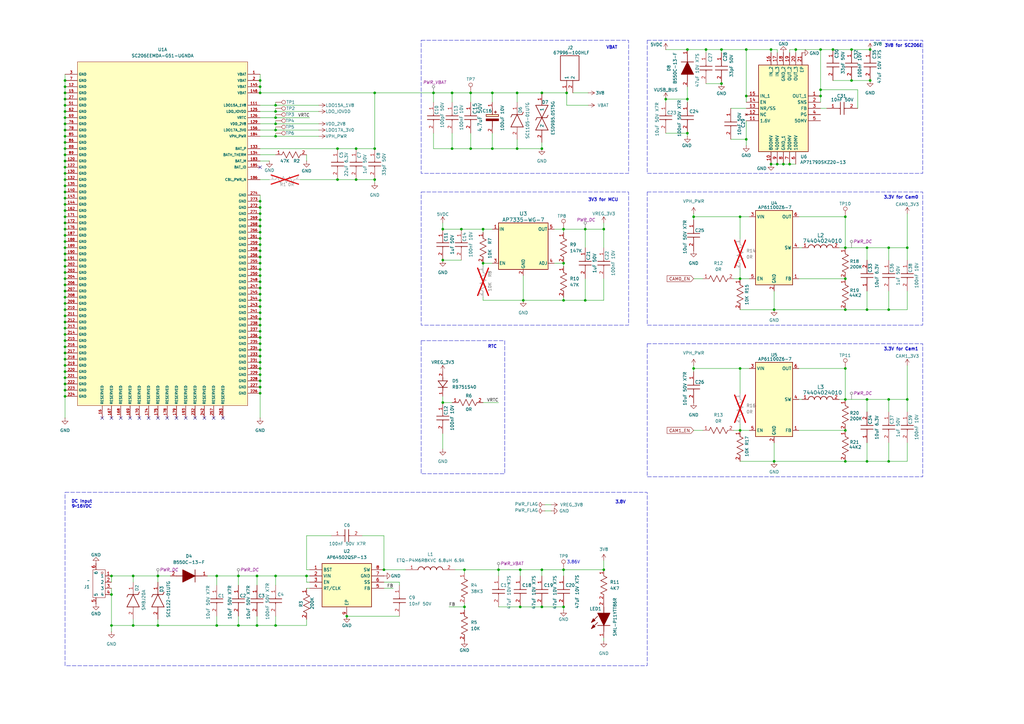
<source format=kicad_sch>
(kicad_sch (version 20250114) (generator "eeschema") (generator_version "9.0")
  (paper "A3")
  (title_block (title "Power") (date "2025-10-10") (rev "v1.0") (company "Author: Mehmet Cihangir") (comment 1 "CamTracker"))
  (lib_symbols
    (symbol "000MCLib:1.25-4P LT"
      (property "Reference" "J" (at 0 0 0))
      (symbol "1.25-4P LT_1_0"
        (pin passive line (at -3.81 3.81 0) (length 2.54) (name "1") (number "1"))
        (pin passive line (at -3.81 1.27 0) (length 2.54) (name "2") (number "2"))
        (pin passive line (at -3.81 -1.27 0) (length 2.54) (name "3") (number "3"))
        (pin passive line (at -3.81 -3.81 0) (length 2.54) (name "4") (number "4"))
        (pin passive line (at 2.54 8.89 270) (length 2.54) (name "6") (number "6"))
        (pin passive line (at 2.54 -7.62 90) (length 2.54) (name "5") (number "5"))
      )
    )
    (symbol "000MCLib:67996-100HLF"
      (property "Reference" "J" (at -5.334 5.588 0))
      (property "Value" "67996-100HLF" (at -5.334 -4.572 0))
      (symbol "67996-100HLF_1_1"
        (pin passive line (at -10.16 1.27 0) (length 5.08) (name "1") (number "1"))
        (pin passive line (at -10.16 -1.27 0) (length 5.08) (name "2") (number "2"))
      )
    )
    (symbol "000MCLib:74404024010" (pin_names (offset 0.254) (hide yes))
      (property "Reference" "L2" (at 0 5.08 0))
      (property "Value" "74404024010" (at 0.762 2.794 0))
      (symbol "74404024010_1_1"
        (pin passive line (at -7.62 0 0) (length 2.54) (name "1") (number "1"))
        (pin passive line (at 7.62 0 180) (length 2.54) (name "2") (number "2"))
      )
      (symbol "74404024010_1_2"
        (pin unspecified line (at 0 15.24 270) (length 2.54) (name "1") (number "1"))
        (pin unspecified line (at 0 0 90) (length 2.54) (name "2") (number "2"))
      )
    )
    (symbol "000MCLib:AF0402FR-0738K3L" (pin_names (offset 0.254))
      (property "Reference" "R" (at 0 3.302 0))
      (property "Value" "38K3" (at 0 -3.81 0))
      (symbol "AF0402FR-0738K3L_1_1"
        (pin passive line (at -6.35 0 0) (length 2.54) (name "") (number "2"))
        (pin passive line (at 6.35 0 180) (length 2.54) (name "") (number "1"))
      )
      (symbol "AF0402FR-0738K3L_1_2"
        (pin unspecified line (at 0 12.7 270) (length 2.54) (name "") (number "1"))
        (pin unspecified line (at 0 0 90) (length 2.54) (name "") (number "2"))
      )
    )
    (symbol "000MCLib:AP61100Z6-7"
      (property "Reference" "U" (at -7.874 17.272 0))
      (property "Value" "AP61100Z6-7" (at 1.27 -16.002 0))
      (symbol "AP61100Z6-7_1_1"
        (pin power_in line (at -10.16 12.7 0) (length 2.54) (name "VIN") (number "3"))
        (pin input line (at -10.16 -12.7 0) (length 2.54) (name "EN") (number "5"))
        (pin power_in line (at 0 -17.78 90) (length 2.54) (name "GND") (number "2"))
        (pin power_out line (at 10.16 12.7 180) (length 2.54) (name "OUT") (number "6"))
        (pin power_out line (at 10.16 0 180) (length 2.54) (name "SW") (number "4"))
        (pin input line (at 10.16 -12.7 180) (length 2.54) (name "FB") (number "1"))
      )
    )
    (symbol "000MCLib:AP64502QSP-13"
      (property "Reference" "U" (at 26.67 7.62 0))
      (property "Value" "AP64502QSP-13" (at 26.67 5.08 0))
      (symbol "AP64502QSP-13_1_1"
        (pin passive line (at 0 0 0) (length 5.08) (name "BST") (number "1"))
        (pin passive line (at 0 -2.54 0) (length 5.08) (name "VIN") (number "2"))
        (pin passive line (at 0 -5.08 0) (length 5.08) (name "EN") (number "3"))
        (pin passive line (at 0 -7.62 0) (length 5.08) (name "RT/CLK") (number "4"))
        (pin passive line (at 15.24 -20.32 90) (length 5.08) (name "EP") (number "9"))
        (pin passive line (at 30.48 0 180) (length 5.08) (name "SW") (number "8"))
        (pin passive line (at 30.48 -2.54 180) (length 5.08) (name "GND") (number "7"))
        (pin passive line (at 30.48 -5.08 180) (length 5.08) (name "SS") (number "6"))
        (pin passive line (at 30.48 -7.62 180) (length 5.08) (name "FB") (number "5"))
      )
    )
    (symbol "000MCLib:AP7179DSKZ20-13"
      (property "Reference" "U" (at 26.67 17.78 0))
      (property "Value" "AP7179DSKZ20-13" (at 26.67 15.24 0))
      (symbol "AP7179DSKZ20-13_1_1"
        (pin passive line (at 0 0 0) (length 5.08) (name "OUT_1") (number "1"))
        (pin passive line (at 0 -2.54 0) (length 5.08) (name "SNS") (number "2"))
        (pin passive line (at 0 -5.08 0) (length 5.08) (name "FB") (number "3"))
        (pin passive line (at 0 -7.62 0) (length 5.08) (name "PG") (number "4"))
        (pin passive line (at 0 -10.16 0) (length 5.08) (name "50MV") (number "5"))
        (pin passive line (at 7.62 17.78 270) (length 5.08) (name "EP") (number "21"))
        (pin passive line (at 10.16 17.78 270) (length 5.08) (name "OUT_3") (number "20"))
        (pin passive line (at 10.16 -27.94 90) (length 5.08) (name "100MV") (number "6"))
        (pin passive line (at 12.7 17.78 270) (length 5.08) (name "OUT_2") (number "19"))
        (pin passive line (at 12.7 -27.94 90) (length 5.08) (name "200MV") (number "7"))
        (pin passive line (at 15.24 17.78 270) (length 5.08) (name "GND_2") (number "18"))
        (pin passive line (at 15.24 -27.94 90) (length 5.08) (name "GND_1") (number "8"))
        (pin passive line (at 17.78 17.78 270) (length 5.08) (name "IN_3") (number "17"))
        (pin passive line (at 17.78 -27.94 90) (length 5.08) (name "400MV") (number "9"))
        (pin passive line (at 20.32 17.78 270) (length 5.08) (name "IN_2") (number "16"))
        (pin passive line (at 20.32 -27.94 90) (length 5.08) (name "800MV") (number "10"))
        (pin passive line (at 30.48 0 180) (length 5.08) (name "IN_1") (number "15"))
        (pin passive line (at 30.48 -2.54 180) (length 5.08) (name "EN") (number "14"))
        (pin passive line (at 30.48 -5.08 180) (length 5.08) (name "NR/SS") (number "13"))
        (pin no_connect line (at 30.48 -7.62 180) (length 5.08) (name "NC") (number "12"))
        (pin passive line (at 30.48 -10.16 180) (length 5.08) (name "1.6V") (number "11"))
      )
    )
    (symbol "000MCLib:AP7335-WG-7" (pin_names (offset 0.254))
      (property "Reference" "U" (at -9.398 10.16 0))
      (property "Value" "AP7335-WG-7" (at 9.398 -11.43 0))
      (symbol "AP7335-WG-7_1_1"
        (pin power_in line (at -12.7 6.35 0) (length 2.54) (name "IN") (number "1"))
        (pin input line (at -12.7 -7.62 0) (length 2.54) (name "EN") (number "3"))
        (pin power_in line (at 0 -12.7 90) (length 2.54) (name "GND") (number "2"))
        (pin power_out line (at 12.7 6.35 180) (length 2.54) (name "OUT") (number "5"))
        (pin bidirectional line (at 12.7 -7.62 180) (length 2.54) (name "ADJ") (number "4"))
      )
    )
    (symbol "000MCLib:B550C-13-F" (pin_names (hide yes))
      (property "Reference" "D" (at -0.762 4.826 0))
      (property "Value" "B550C-13-F" (at -6.096 -3.81 0))
      (symbol "B550C-13-F_1_1"
        (pin passive line (at -7.62 0 0) (length 2.54) (name "K") (number "1"))
        (pin passive line (at 7.62 0 180) (length 2.54) (name "A") (number "2"))
      )
    )
    (symbol "000MCLib:CGA6P1X7S1A476M250AC" (pin_names (hide yes))
      (property "Reference" "C" (at 6.096 6.604 0))
      (property "Value" "47uF 10V X7S" (at -0.254 4.318 0))
      (symbol "CGA6P1X7S1A476M250AC_1_1"
        (pin passive line (at 0 0 0) (length 5.08) (name "1") (number "1"))
        (pin passive line (at 12.7 0 180) (length 5.08) (name "2") (number "2"))
      )
    )
    (symbol "000MCLib:CL31B106KBK6PJE" (pin_names (hide yes))
      (property "Reference" "C" (at 5.08 6.096 0))
      (property "Value" "10uF 50V X7R" (at -0.254 3.81 0))
      (symbol "CL31B106KBK6PJE_1_1"
        (pin passive line (at 0 0 0) (length 5.08) (name "1") (number "1"))
        (pin passive line (at 12.7 0 180) (length 5.08) (name "2") (number "2"))
      )
    )
    (symbol "000MCLib:CRCW08050000Z0EA" (pin_names (hide yes))
      (property "Reference" "R130" (at -1.778 -3.302 0))
      (property "Value" "0R" (at 2.794 -3.302 0))
      (symbol "CRCW08050000Z0EA_1_1"
        (pin passive line (at -6.35 0 0) (length 2.54) (name "") (number "2"))
        (pin passive line (at 6.35 0 180) (length 2.54) (name "") (number "1"))
      )
    )
    (symbol "000MCLib:ESD9B5.0ST5G" (pin_names (offset 1.016))
      (property "Reference" "D" (at -0.762 3.556 0))
      (property "Value" "ESD9B5.0ST5G" (at -6.35 -5.08 0))
      (symbol "ESD9B5.0ST5G_1_1"
        (pin passive line (at -10.16 0 0) (length 5.08) (name "1") (number "1"))
        (pin passive line (at 10.16 0 180) (length 5.08) (name "2") (number "2"))
      )
    )
    (symbol "000MCLib:ETQ-P4M6R8KVC" (pin_names (hide yes))
      (property "Reference" "L" (at 9.906 5.588 0))
      (property "Value" "ETQ-P4M6R8KVC 6.8uH 6.9A" (at -4.318 3.556 0))
      (symbol "ETQ-P4M6R8KVC_1_1"
        (pin passive line (at 0 0 0) (length 5.08) (name "1") (number "1"))
        (pin passive line (at 20.32 0 180) (length 5.08) (name "2") (number "2"))
      )
    )
    (symbol "000MCLib:GRM1555C1H101JA01J" (pin_names (hide yes))
      (property "Reference" "C" (at -0.508 4.826 0))
      (property "Value" "100pF 50V" (at -4.318 -3.048 0))
      (symbol "GRM1555C1H101JA01J_1_1"
        (pin passive line (at -6.35 0 0) (length 5.08) (name "1") (number "1"))
        (pin passive line (at 6.35 0 180) (length 5.08) (name "2") (number "2"))
      )
    )
    (symbol "000MCLib:GRM1555C1H330JA01D" (pin_names (hide yes))
      (property "Reference" "C" (at -0.508 4.826 0))
      (property "Value" "33pF 50V" (at -4.318 -3.048 0))
      (symbol "GRM1555C1H330JA01D_1_1"
        (pin passive line (at -6.35 0 0) (length 5.08) (name "1") (number "1"))
        (pin passive line (at 6.35 0 180) (length 5.08) (name "2") (number "2"))
      )
    )
    (symbol "000MCLib:GRM155R60J106ME15D" (pin_names (hide yes))
      (property "Reference" "C" (at -0.762 5.08 0))
      (property "Value" "10uF 6.3V" (at -4.826 -3.048 0))
      (symbol "GRM155R60J106ME15D_1_1"
        (pin passive line (at -6.35 0 0) (length 5.08) (name "1") (number "1"))
        (pin passive line (at 6.35 0 180) (length 5.08) (name "2") (number "2"))
      )
    )
    (symbol "000MCLib:GRM155R61H105KE05D" (pin_names (hide yes))
      (property "Reference" "C" (at -0.762 4.572 0))
      (property "Value" "1uF 50V" (at -4.064 -2.794 0))
      (symbol "GRM155R61H105KE05D_1_1"
        (pin passive line (at -6.35 0 0) (length 5.08) (name "1") (number "1"))
        (pin passive line (at 6.35 0 180) (length 5.08) (name "2") (number "2"))
      )
    )
    (symbol "000MCLib:GRM155R71A104KA01D" (pin_names (hide yes))
      (property "Reference" "C" (at -1.016 4.318 0))
      (property "Value" "100nF 10V" (at -4.826 -3.048 0))
      (symbol "GRM155R71A104KA01D_1_1"
        (pin passive line (at -6.35 0 0) (length 5.08) (name "1") (number "1"))
        (pin passive line (at 6.35 0 180) (length 5.08) (name "2") (number "2"))
      )
    )
    (symbol "000MCLib:GRM155R71H103KA88D" (pin_names (hide yes))
      (property "Reference" "C" (at -1.016 4.318 0))
      (property "Value" "10nF 50V" (at -4.826 -3.048 0))
      (symbol "GRM155R71H103KA88D_1_1"
        (pin passive line (at -6.35 0 0) (length 5.08) (name "1") (number "1"))
        (pin passive line (at 6.35 0 180) (length 5.08) (name "2") (number "2"))
      )
    )
    (symbol "000MCLib:GRM158R60J226ME01D" (pin_names (hide yes))
      (property "Reference" "C" (at -0.762 4.572 0))
      (property "Value" "22uF 6.3V" (at -4.064 -2.794 0))
      (symbol "GRM158R60J226ME01D_1_1"
        (pin passive line (at -6.35 0 0) (length 5.08) (name "1") (number "1"))
        (pin passive line (at 6.35 0 180) (length 5.08) (name "2") (number "2"))
      )
    )
    (symbol "000MCLib:RB751S40" (pin_names (offset 1.016))
      (property "Reference" "D" (at -2.541 2.541 0))
      (property "Value" "RB751S40" (at -2.544 -5.0881 0))
      (symbol "RB751S40_0_0"
        (pin passive line (at -5.08 0 0) (length 2.54) (name "~") (number "1"))
        (pin passive line (at 5.08 0 180) (length 2.54) (name "~") (number "2"))
      )
    )
    (symbol "000MCLib:RC0402FR-07147KL" (pin_names (offset 0.254))
      (property "Reference" "R" (at 0 3.302 0))
      (property "Value" "147K" (at 0 -3.81 0))
      (symbol "RC0402FR-07147KL_1_1"
        (pin passive line (at -6.35 0 0) (length 2.54) (name "") (number "2"))
        (pin passive line (at 6.35 0 180) (length 2.54) (name "") (number "1"))
      )
      (symbol "RC0402FR-07147KL_1_2"
        (pin unspecified line (at 0 12.7 270) (length 2.54) (name "") (number "1"))
        (pin unspecified line (at 0 0 90) (length 2.54) (name "") (number "2"))
      )
    )
    (symbol "000MCLib:RC0402FR-07200KL" (pin_names (offset 0.254))
      (property "Reference" "R" (at 0 3.302 0))
      (property "Value" "200K" (at 0 -3.81 0))
      (symbol "RC0402FR-07200KL_1_1"
        (pin passive line (at -6.35 0 0) (length 2.54) (name "") (number "2"))
        (pin passive line (at 6.35 0 180) (length 2.54) (name "") (number "1"))
      )
      (symbol "RC0402FR-07200KL_1_2"
        (pin unspecified line (at 0 12.7 270) (length 2.54) (name "") (number "1"))
        (pin unspecified line (at 0 0 90) (length 2.54) (name "") (number "2"))
      )
    )
    (symbol "000MCLib:RC0402FR-0744K2L" (pin_names (offset 0.254))
      (property "Reference" "R" (at 0 3.302 0))
      (property "Value" "44K2" (at 0 -3.81 0))
      (symbol "RC0402FR-0744K2L_1_1"
        (pin passive line (at -6.35 0 0) (length 2.54) (name "") (number "2"))
        (pin passive line (at 6.35 0 180) (length 2.54) (name "") (number "1"))
      )
      (symbol "RC0402FR-0744K2L_1_2"
        (pin unspecified line (at 0 12.7 270) (length 2.54) (name "") (number "1"))
        (pin unspecified line (at 0 0 90) (length 2.54) (name "") (number "2"))
      )
    )
    (symbol "000MCLib:RC0402JR-070RL" (pin_names (offset 0.254))
      (property "Reference" "R" (at 0 3.302 0))
      (property "Value" "0R" (at 0 -3.81 0))
      (symbol "RC0402JR-070RL_1_1"
        (pin passive line (at -6.35 0 0) (length 2.54) (name "") (number "2"))
        (pin passive line (at 6.35 0 180) (length 2.54) (name "") (number "1"))
      )
      (symbol "RC0402JR-070RL_1_2"
        (pin unspecified line (at 0 12.7 270) (length 2.54) (name "") (number "1"))
        (pin unspecified line (at 0 0 90) (length 2.54) (name "") (number "2"))
      )
    )
    (symbol "000MCLib:RC0402JR-0710KL" (pin_names (offset 0.254))
      (property "Reference" "R" (at 0 3.302 0))
      (property "Value" "10K" (at 0 -3.81 0))
      (symbol "RC0402JR-0710KL_1_1"
        (pin passive line (at -6.35 0 0) (length 2.54) (name "") (number "2"))
        (pin passive line (at 6.35 0 180) (length 2.54) (name "") (number "1"))
      )
      (symbol "RC0402JR-0710KL_1_2"
        (pin unspecified line (at 0 12.7 270) (length 2.54) (name "") (number "1"))
        (pin unspecified line (at 0 0 90) (length 2.54) (name "") (number "2"))
      )
    )
    (symbol "000MCLib:RC0402JR-0747KL" (pin_names (offset 0.254))
      (property "Reference" "R" (at 0 3.302 0))
      (property "Value" "47K" (at 0 -3.81 0))
      (symbol "RC0402JR-0747KL_1_1"
        (pin passive line (at -6.35 0 0) (length 2.54) (name "") (number "2"))
        (pin passive line (at 6.35 0 180) (length 2.54) (name "") (number "1"))
      )
      (symbol "RC0402JR-0747KL_1_2"
        (pin unspecified line (at 0 12.7 270) (length 2.54) (name "") (number "1"))
        (pin unspecified line (at 0 0 90) (length 2.54) (name "") (number "2"))
      )
    )
    (symbol "000MCLib:RC0402JR-074K7L" (pin_names (offset 0.254))
      (property "Reference" "R" (at 0 3.302 0))
      (property "Value" "4K7" (at 0 -3.81 0))
      (symbol "RC0402JR-074K7L_1_1"
        (pin passive line (at -6.35 0 0) (length 2.54) (name "") (number "2"))
        (pin passive line (at 6.35 0 180) (length 2.54) (name "") (number "1"))
      )
      (symbol "RC0402JR-074K7L_1_2"
        (pin unspecified line (at 0 12.7 270) (length 2.54) (name "") (number "1"))
        (pin unspecified line (at 0 0 90) (length 2.54) (name "") (number "2"))
      )
    )
    (symbol "000MCLib:SC1105-01UTG" (pin_names (hide yes))
      (property "Reference" "D" (at -0.762 3.048 0))
      (property "Value" "SC1105-01UTG" (at -7.112 -4.826 0))
      (symbol "SC1105-01UTG_1_1"
        (pin passive line (at -7.62 0 0) (length 5.08) (name "K") (number "1"))
        (pin passive line (at 7.62 0 180) (length 5.08) (name "A") (number "2"))
      )
    )
    (symbol "000MCLib:SC1122-01UTG" (pin_names (hide yes))
      (property "Reference" "D" (at -0.762 3.048 0))
      (property "Value" "SC1122-01UTG" (at -7.112 -4.826 0))
      (symbol "SC1122-01UTG_1_1"
        (pin passive line (at -7.62 0 0) (length 5.08) (name "K") (number "1"))
        (pin passive line (at 7.62 0 180) (length 5.08) (name "A") (number "2"))
      )
    )
    (symbol "000MCLib:SC200E"
      (property "Reference" "U" (at -34.544 72.644 0))
      (property "Value" "SC200E/SC206E" (at 39.116 -77.089 0))
      (symbol "SC200E_1_0"
        (unit_name "Power")
        (pin passive line (at -40.64 64.77 0) (length 5.08) (name "GND") (number "3"))
        (pin passive line (at -40.64 62.23 0) (length 5.08) (name "GND") (number "7"))
        (pin passive line (at -40.64 59.69 0) (length 5.08) (name "GND") (number "12"))
        (pin passive line (at -40.64 57.15 0) (length 5.08) (name "GND") (number "15"))
        (pin passive line (at -40.64 54.61 0) (length 5.08) (name "GND") (number "27"))
        (pin passive line (at -40.64 52.07 0) (length 5.08) (name "GND") (number "51"))
        (pin passive line (at -40.64 49.53 0) (length 5.08) (name "GND") (number "62"))
        (pin passive line (at -40.64 46.99 0) (length 5.08) (name "GND") (number "69"))
        (pin passive line (at -40.64 44.45 0) (length 5.08) (name "GND") (number "76"))
        (pin passive line (at -40.64 41.91 0) (length 5.08) (name "GND") (number "78"))
        (pin passive line (at -40.64 39.37 0) (length 5.08) (name "GND") (number "85"))
        (pin passive line (at -40.64 36.83 0) (length 5.08) (name "GND") (number "86"))
        (pin passive line (at -40.64 34.29 0) (length 5.08) (name "GND") (number "88"))
        (pin passive line (at -40.64 31.75 0) (length 5.08) (name "GND") (number "89"))
        (pin passive line (at -40.64 29.21 0) (length 5.08) (name "GND") (number "120"))
        (pin passive line (at -40.64 26.67 0) (length 5.08) (name "GND") (number "122"))
        (pin passive line (at -40.64 24.13 0) (length 5.08) (name "GND") (number "130"))
        (pin passive line (at -40.64 21.59 0) (length 5.08) (name "GND") (number "132"))
        (pin passive line (at -40.64 19.05 0) (length 5.08) (name "GND") (number "135"))
        (pin passive line (at -40.64 16.51 0) (length 5.08) (name "GND") (number "140"))
        (pin passive line (at -40.64 13.97 0) (length 5.08) (name "GND") (number "143"))
        (pin passive line (at -40.64 11.43 0) (length 5.08) (name "GND") (number "144"))
        (pin passive line (at -40.64 8.89 0) (length 5.08) (name "GND") (number "162"))
        (pin passive line (at -40.64 6.35 0) (length 5.08) (name "GND") (number "171"))
        (pin passive line (at -40.64 3.81 0) (length 5.08) (name "GND") (number "172"))
        (pin passive line (at -40.64 1.27 0) (length 5.08) (name "GND") (number "176"))
        (pin passive line (at -40.64 -1.27 0) (length 5.08) (name "GND") (number "187"))
        (pin passive line (at -40.64 -3.81 0) (length 5.08) (name "GND") (number "188"))
        (pin passive line (at -40.64 -6.35 0) (length 5.08) (name "GND") (number "189"))
        (pin passive line (at -40.64 -8.89 0) (length 5.08) (name "GND") (number "190"))
        (pin passive line (at -40.64 -11.43 0) (length 5.08) (name "GND") (number "191"))
        (pin passive line (at -40.64 -13.97 0) (length 5.08) (name "GND") (number "202"))
        (pin passive line (at -40.64 -16.51 0) (length 5.08) (name "GND") (number "203"))
        (pin passive line (at -40.64 -19.05 0) (length 5.08) (name "GND") (number "204"))
        (pin passive line (at -40.64 -21.59 0) (length 5.08) (name "GND") (number "206"))
        (pin passive line (at -40.64 -24.13 0) (length 5.08) (name "GND") (number "207"))
        (pin passive line (at -40.64 -26.67 0) (length 5.08) (name "GND") (number "208"))
        (pin passive line (at -40.64 -29.21 0) (length 5.08) (name "GND") (number "209"))
        (pin passive line (at -40.64 -31.75 0) (length 5.08) (name "GND") (number "210"))
        (pin passive line (at -40.64 -34.29 0) (length 5.08) (name "GND") (number "211"))
        (pin passive line (at -40.64 -36.83 0) (length 5.08) (name "GND") (number "212"))
        (pin passive line (at -40.64 -39.37 0) (length 5.08) (name "GND") (number "213"))
        (pin passive line (at -40.64 -41.91 0) (length 5.08) (name "GND") (number "214"))
        (pin passive line (at -40.64 -44.45 0) (length 5.08) (name "GND") (number "215"))
        (pin passive line (at -40.64 -46.99 0) (length 5.08) (name "GND") (number "216"))
        (pin passive line (at -40.64 -49.53 0) (length 5.08) (name "GND") (number "217"))
        (pin passive line (at -40.64 -52.07 0) (length 5.08) (name "GND") (number "218"))
        (pin passive line (at -40.64 -54.61 0) (length 5.08) (name "GND") (number "219"))
        (pin passive line (at -40.64 -57.15 0) (length 5.08) (name "GND") (number "220"))
        (pin passive line (at -40.64 -59.69 0) (length 5.08) (name "GND") (number "221"))
        (pin passive line (at -40.64 -62.23 0) (length 5.08) (name "GND") (number "222"))
        (pin passive line (at -40.64 -64.77 0) (length 5.08) (name "GND") (number "223"))
        (pin passive line (at -40.64 -67.31 0) (length 5.08) (name "GND") (number "224"))
        (pin passive line (at -25.4 -76.2 90) (length 5.08) (name "RESERVED") (number "16"))
        (pin passive line (at -21.59 -76.2 90) (length 5.08) (name "RESERVED") (number "167"))
        (pin passive line (at -17.78 -76.2 90) (length 5.08) (name "RESERVED") (number "168"))
        (pin passive line (at -13.97 -76.2 90) (length 5.08) (name "RESERVED") (number "169"))
        (pin passive line (at -10.16 -76.2 90) (length 5.08) (name "RESERVED") (number "170"))
        (pin passive line (at -6.35 -76.2 90) (length 5.08) (name "RESERVED") (number "174"))
        (pin passive line (at -2.54 -76.2 90) (length 5.08) (name "RESERVED") (number "175"))
        (pin passive line (at 1.27 -76.2 90) (length 5.08) (name "RESERVED") (number "178"))
        (pin passive line (at 5.08 -76.2 90) (length 5.08) (name "RESERVED") (number "179"))
        (pin passive line (at 8.89 -76.2 90) (length 5.08) (name "RESERVED") (number "193"))
        (pin passive line (at 12.7 -76.2 90) (length 5.08) (name "RESERVED") (number "232"))
        (pin passive line (at 16.51 -76.2 90) (length 5.08) (name "RESERVED") (number "242"))
        (pin passive line (at 20.32 -76.2 90) (length 5.08) (name "RESERVED") (number "257"))
        (pin passive line (at 24.13 -76.2 90) (length 5.08) (name "RESERVED") (number "263"))
        (pin power_in line (at 39.37 64.77 180) (length 5.08) (name "VBAT") (number "1"))
        (pin power_in line (at 39.37 62.23 180) (length 5.08) (name "VBAT") (number "2"))
        (pin power_in line (at 39.37 59.69 180) (length 5.08) (name "VBAT") (number "145"))
        (pin power_in line (at 39.37 57.15 180) (length 5.08) (name "VBAT") (number "146"))
        (pin power_out line (at 39.37 52.07 180) (length 5.08) (name "LDO15A_1V8") (number "111"))
        (pin power_out line (at 39.37 49.53 180) (length 5.08) (name "LDO_IOVDD") (number "125"))
        (pin power_in line (at 39.37 46.99 180) (length 5.08) (name "VRTC") (number "126"))
        (pin power_out line (at 39.37 44.45 180) (length 5.08) (name "VDD_2V8") (number "129"))
        (pin power_out line (at 39.37 41.91 180) (length 5.08) (name "LDO17A_3V0") (number "156"))
        (pin power_out line (at 39.37 39.37 180) (length 5.08) (name "VPH_PWR") (number "184"))
        (pin passive line (at 39.37 34.29 180) (length 5.08) (name "BAT_P") (number "133"))
        (pin input line (at 39.37 31.75 180) (length 5.08) (name "BATH_THERM") (number "134"))
        (pin passive line (at 39.37 29.21 180) (length 5.08) (name "BAT_M") (number "183"))
        (pin input line (at 39.37 26.67 180) (length 5.08) (name "BAT_ID") (number "185"))
        (pin passive line (at 39.37 21.59 180) (length 5.08) (name "CBL_PWR_N") (number "186"))
        (pin passive line (at 39.37 15.24 180) (length 5.08) (name "GND") (number "274"))
        (pin passive line (at 39.37 12.7 180) (length 5.08) (name "GND") (number "273"))
        (pin passive line (at 39.37 10.16 180) (length 5.08) (name "GND") (number "272"))
        (pin passive line (at 39.37 7.62 180) (length 5.08) (name "GND") (number "271"))
        (pin passive line (at 39.37 5.08 180) (length 5.08) (name "GND") (number "269"))
        (pin passive line (at 39.37 2.54 180) (length 5.08) (name "GND") (number "268"))
        (pin passive line (at 39.37 0 180) (length 5.08) (name "GND") (number "266"))
        (pin passive line (at 39.37 -2.54 180) (length 5.08) (name "GND") (number "261"))
        (pin passive line (at 39.37 -5.08 180) (length 5.08) (name "GND") (number "259"))
        (pin passive line (at 39.37 -7.62 180) (length 5.08) (name "GND") (number "258"))
        (pin passive line (at 39.37 -10.16 180) (length 5.08) (name "GND") (number "256"))
        (pin passive line (at 39.37 -12.7 180) (length 5.08) (name "GND") (number "255"))
        (pin passive line (at 39.37 -15.24 180) (length 5.08) (name "GND") (number "251"))
        (pin passive line (at 39.37 -17.78 180) (length 5.08) (name "GND") (number "250"))
        (pin passive line (at 39.37 -20.32 180) (length 5.08) (name "GND") (number "248"))
        (pin passive line (at 39.37 -22.86 180) (length 5.08) (name "GND") (number "247"))
        (pin passive line (at 39.37 -25.4 180) (length 5.08) (name "GND") (number "245"))
        (pin passive line (at 39.37 -27.94 180) (length 5.08) (name "GND") (number "244"))
        (pin passive line (at 39.37 -30.48 180) (length 5.08) (name "GND") (number "243"))
        (pin passive line (at 39.37 -33.02 180) (length 5.08) (name "GND") (number "241"))
        (pin passive line (at 39.37 -35.56 180) (length 5.08) (name "GND") (number "240"))
        (pin passive line (at 39.37 -38.1 180) (length 5.08) (name "GND") (number "238"))
        (pin passive line (at 39.37 -40.64 180) (length 5.08) (name "GND") (number "237"))
        (pin passive line (at 39.37 -43.18 180) (length 5.08) (name "GND") (number "236"))
        (pin passive line (at 39.37 -45.72 180) (length 5.08) (name "GND") (number "235"))
        (pin passive line (at 39.37 -48.26 180) (length 5.08) (name "GND") (number "234"))
        (pin passive line (at 39.37 -50.8 180) (length 5.08) (name "GND") (number "233"))
        (pin passive line (at 39.37 -53.34 180) (length 5.08) (name "GND") (number "231"))
        (pin passive line (at 39.37 -55.88 180) (length 5.08) (name "GND") (number "230"))
        (pin passive line (at 39.37 -58.42 180) (length 5.08) (name "GND") (number "229"))
        (pin passive line (at 39.37 -60.96 180) (length 5.08) (name "GND") (number "228"))
        (pin passive line (at 39.37 -63.5 180) (length 5.08) (name "GND") (number "227"))
        (pin passive line (at 39.37 -66.04 180) (length 5.08) (name "GND") (number "226"))
      )
      (symbol "SC200E_1_1"
        (unit_name "Power")
      )
      (symbol "SC200E_2_1"
        (unit_name "Display")
        (pin passive line (at 12.7 31.75 180) (length 5.08) (name "LCD_RST") (number "49"))
        (pin passive line (at 12.7 27.94 180) (length 5.08) (name "LCD_TE") (number "50"))
        (pin passive line (at 12.7 24.13 180) (length 5.08) (name "DSI_CLK_N") (number "52"))
        (pin passive line (at 12.7 20.32 180) (length 5.08) (name "DSI_CLK_P") (number "53"))
        (pin passive line (at 12.7 16.51 180) (length 5.08) (name "DSI_LN0_N") (number "54"))
        (pin passive line (at 12.7 12.7 180) (length 5.08) (name "DSI_LN0_P") (number "55"))
        (pin passive line (at 12.7 8.89 180) (length 5.08) (name "DSI_LN1_N") (number "56"))
        (pin passive line (at 12.7 5.08 180) (length 5.08) (name "DSI_LN1_P") (number "57"))
        (pin passive line (at 12.7 1.27 180) (length 5.08) (name "DSI_LN2_N") (number "58"))
        (pin passive line (at 12.7 -2.54 180) (length 5.08) (name "DSI_LN2_P") (number "59"))
        (pin passive line (at 12.7 -6.35 180) (length 5.08) (name "DSI_LN3_N") (number "60"))
        (pin passive line (at 12.7 -10.16 180) (length 5.08) (name "DSI_LN3_P") (number "61"))
        (pin passive line (at 12.7 -13.97 180) (length 5.08) (name "TP_RST") (number "31"))
        (pin passive line (at 12.7 -17.78 180) (length 5.08) (name "TP_INT") (number "30"))
        (pin passive line (at 12.7 -21.59 180) (length 5.08) (name "TP_I2C_SCL") (number "47"))
        (pin passive line (at 12.7 -25.4 180) (length 5.08) (name "TP_I2C_SDA") (number "48"))
        (pin passive line (at 12.7 -29.21 180) (length 5.08) (name "DSI_PWM") (number "29"))
      )
      (symbol "SC200E_3_0"
        (unit_name "Cameras")
        (pin passive line (at 16.51 69.85 180) (length 5.08) (name "CSI0_CLK_N") (number "157"))
        (pin passive line (at 16.51 66.04 180) (length 5.08) (name "CSI0_CLK_P") (number "196"))
        (pin passive line (at 16.51 59.69 180) (length 5.08) (name "CSI0_LN0_N") (number "158"))
        (pin passive line (at 16.51 55.88 180) (length 5.08) (name "CSI0_LN0_P") (number "197"))
        (pin passive line (at 16.51 49.53 180) (length 5.08) (name "CSI0_LN1_N") (number "159"))
        (pin passive line (at 16.51 45.72 180) (length 5.08) (name "CSI0_LN1_P") (number "198"))
        (pin passive line (at 16.51 39.37 180) (length 5.08) (name "CSI0_LN2_N") (number "160"))
        (pin passive line (at 16.51 35.56 180) (length 5.08) (name "CSI0_LN2_P") (number "199"))
        (pin passive line (at 16.51 29.21 180) (length 5.08) (name "CSI0_LN3_N") (number "161"))
        (pin passive line (at 16.51 25.4 180) (length 5.08) (name "CSI0_LN3_P") (number "200"))
        (pin passive line (at 16.51 19.05 180) (length 5.08) (name "CAM0_I2C_SCL") (number "83"))
        (pin passive line (at 16.51 15.24 180) (length 5.08) (name "CAM0_I2C_SDA") (number "84"))
        (pin passive line (at 16.51 11.43 180) (length 5.08) (name "CAM0_PWDN") (number "80"))
        (pin passive line (at 16.51 7.62 180) (length 5.08) (name "CAM0_MCLK") (number "74"))
        (pin passive line (at 16.51 3.81 180) (length 5.08) (name "CAM0_RST") (number "79"))
        (pin passive line (at 16.51 -5.08 180) (length 5.08) (name "CSI1_CLK_N") (number "63"))
        (pin passive line (at 16.51 -8.89 180) (length 5.08) (name "CSI1_CLK_P") (number "64"))
        (pin passive line (at 16.51 -15.24 180) (length 5.08) (name "CSI1_LN0_N") (number "65"))
        (pin passive line (at 16.51 -19.05 180) (length 5.08) (name "CSI1_LN0_P") (number "66"))
        (pin passive line (at 16.51 -25.4 180) (length 5.08) (name "CSI1_LN1_N") (number "67"))
        (pin passive line (at 16.51 -29.21 180) (length 5.08) (name "CSI1_LN1_P") (number "68"))
        (pin passive line (at 16.51 -35.56 180) (length 5.08) (name "CSI1_LN2_N") (number "72"))
        (pin passive line (at 16.51 -39.37 180) (length 5.08) (name "CSI1_LN2_P") (number "73"))
        (pin passive line (at 16.51 -45.72 180) (length 5.08) (name "CSI1_LN3_N") (number "70"))
        (pin passive line (at 16.51 -49.53 180) (length 5.08) (name "CSI1_LN3_P") (number "71"))
        (pin passive line (at 16.51 -55.88 180) (length 5.08) (name "CAM1_I2C_SCL") (number "166"))
        (pin passive line (at 16.51 -59.69 180) (length 5.08) (name "CAM1_I2C_SDA") (number "205"))
        (pin passive line (at 16.51 -63.5 180) (length 5.08) (name "CAM1_PWDN") (number "82"))
        (pin passive line (at 16.51 -67.31 180) (length 5.08) (name "CAM1_MCLK") (number "75"))
        (pin passive line (at 16.51 -71.12 180) (length 5.08) (name "CAM1_RST") (number "81"))
        (pin passive line (at 16.51 -80.01 180) (length 5.08) (name "CAM2_PWDN") (number "163"))
        (pin passive line (at 16.51 -83.82 180) (length 5.08) (name "CAM2_RST") (number "164"))
        (pin passive line (at 16.51 -87.63 180) (length 5.08) (name "CAM2_MCLK") (number "165"))
      )
      (symbol "SC200E_3_1"
        (unit_name "Cameras")
      )
      (symbol "SC200E_4_0"
        (unit_name "Interfaces")
        (pin passive line (at 15.24 86.36 180) (length 5.08) (name "FLASH_LED") (number "180"))
        (pin passive line (at 15.24 82.55 180) (length 5.08) (name "CHG_LED") (number "195"))
        (pin passive line (at 15.24 77.47 180) (length 5.08) (name "VOL_UP") (number "95"))
        (pin passive line (at 15.24 73.66 180) (length 5.08) (name "VOL_DOWN") (number "96"))
        (pin passive line (at 15.24 69.85 180) (length 5.08) (name "PWRKEY") (number "114"))
        (pin passive line (at 15.24 66.04 180) (length 5.08) (name "RESET_N") (number "225"))
      )
      (symbol "SC200E_4_1"
        (unit_name "Interfaces")
        (text "ADC" (at -20.574 53.086 0) (effects (font (size 1.27 1.27))))
        (text "Sensor " (at -18.796 62.23 0) (effects (font (size 1.27 1.27))))
        (text "Keypad " (at -18.542 78.486 0) (effects (font (size 1.27 1.27))))
        (text "GPIO/SPI/I2C" (at -15.748 42.418 0) (effects (font (size 1.27 1.27))))
        (text "Vibration Driver" (at -14.986 48.006 0) (effects (font (size 1.27 1.27))))
        (text "Flash & Indication " (at -13.208 88.9 0) (effects (font (size 1.27 1.27))))
        (pin passive line (at 15.24 60.96 180) (length 5.08) (name "SENSOR_I2C_SCL") (number "91"))
        (pin passive line (at 15.24 57.15 180) (length 5.08) (name "SENSOR_I2C_SDA") (number "92"))
        (pin passive line (at 15.24 52.07 180) (length 5.08) (name "ADC") (number "128"))
        (pin passive line (at 15.24 46.99 180) (length 5.08) (name "VIB_DRV_P") (number "28"))
        (pin passive line (at 15.24 41.91 180) (length 5.08) (name "GPIO_28") (number "33"))
        (pin passive line (at 15.24 38.1 180) (length 5.08) (name "GPIO_31") (number "97"))
        (pin passive line (at 15.24 34.29 180) (length 5.08) (name "GPIO_32") (number "99"))
        (pin passive line (at 15.24 30.48 180) (length 5.08) (name "GPIO_33") (number "108"))
        (pin passive line (at 15.24 26.67 180) (length 5.08) (name "GPIO_34") (number "109"))
        (pin passive line (at 15.24 22.86 180) (length 5.08) (name "GPIO_35") (number "107"))
        (pin passive line (at 15.24 19.05 180) (length 5.08) (name "GPIO_36") (number "110"))
        (pin passive line (at 15.24 15.24 180) (length 5.08) (name "GPIO_55") (number "100"))
        (pin passive line (at 15.24 11.43 180) (length 5.08) (name "GPIO_56") (number "106"))
        (pin passive line (at 15.24 7.62 180) (length 5.08) (name "GPIO_57") (number "112"))
        (pin passive line (at 15.24 3.81 180) (length 5.08) (name "GPIO_58") (number "113"))
        (pin passive line (at 15.24 0 180) (length 5.08) (name "GPIO_60") (number "123"))
        (pin passive line (at 15.24 -3.81 180) (length 5.08) (name "GPIO_86") (number "182"))
        (pin passive line (at 15.24 -7.62 180) (length 5.08) (name "GPIO_112") (number "177"))
        (pin passive line (at 15.24 -11.43 180) (length 5.08) (name "GPIO_111") (number "267"))
        (pin passive line (at 15.24 -15.24 180) (length 5.08) (name "GPIO_98") (number "265"))
        (pin passive line (at 15.24 -19.05 180) (length 5.08) (name "GPIO_99") (number "105"))
        (pin passive line (at 15.24 -22.86 180) (length 5.08) (name "REAR_CAM_EN/GPIO_100") (number "264"))
        (pin passive line (at 15.24 -26.67 180) (length 5.08) (name "FRONT_CAM_EN/GPIO_101") (number "239"))
        (pin passive line (at 15.24 -30.48 180) (length 5.08) (name "GPIO_102") (number "104"))
        (pin passive line (at 15.24 -34.29 180) (length 5.08) (name "GPIO_103") (number "103"))
        (pin passive line (at 15.24 -38.1 180) (length 5.08) (name "GPIO_104") (number "101"))
        (pin passive line (at 15.24 -41.91 180) (length 5.08) (name "GPIO_105") (number "102"))
        (pin passive line (at 15.24 -45.72 180) (length 5.08) (name "GPIO_106") (number "90"))
        (pin passive line (at 15.24 -49.53 180) (length 5.08) (name "GPIO_107") (number "98"))
        (pin passive line (at 15.24 -53.34 180) (length 5.08) (name "SPI_MISO/GPIO_14") (number "118"))
        (pin passive line (at 15.24 -57.15 180) (length 5.08) (name "SPI_MOSI/GPIO_15") (number "119"))
        (pin passive line (at 15.24 -60.96 180) (length 5.08) (name "SPI_CLK/GPIO_16") (number "116"))
        (pin passive line (at 15.24 -64.77 180) (length 5.08) (name "SPI_CS_N/GPIO_17") (number "117"))
        (pin passive line (at 15.24 -68.58 180) (length 5.08) (name "PMU_GPIO03") (number "124"))
        (pin passive line (at 15.24 -72.39 180) (length 5.08) (name "PMU_GPIO04") (number "115"))
        (pin passive line (at 15.24 -76.2 180) (length 5.08) (name "PMU_GPIO08") (number "127"))
        (pin passive line (at 15.24 -80.01 180) (length 5.08) (name "PMU_GPIO07") (number "201"))
        (pin passive line (at 15.24 -83.82 180) (length 5.08) (name "NFC_CLK") (number "181"))
      )
      (symbol "SC200E_5_1"
        (unit_name "USB_UARTs")
        (pin passive line (at 15.24 48.26 180) (length 5.08) (name "USB_BOOT") (number "46"))
        (pin passive line (at 15.24 44.45 180) (length 5.08) (name "USB_VBUS") (number "141"))
        (pin passive line (at 15.24 40.64 180) (length 5.08) (name "USB_VBUS") (number "142"))
        (pin passive line (at 15.24 36.83 180) (length 5.08) (name "USB_CC1") (number "249"))
        (pin passive line (at 15.24 33.02 180) (length 5.08) (name "USB_CC2") (number "246"))
        (pin passive line (at 15.24 29.21 180) (length 5.08) (name "USB_DM") (number "13"))
        (pin passive line (at 15.24 25.4 180) (length 5.08) (name "USB_DP") (number "14"))
        (pin passive line (at 15.24 21.59 180) (length 5.08) (name "USB_SS1_RX_P") (number "252"))
        (pin passive line (at 15.24 17.78 180) (length 5.08) (name "USB_SS1_RX_M") (number "270"))
        (pin passive line (at 15.24 13.97 180) (length 5.08) (name "USB_SS1_TX_P") (number "254"))
        (pin passive line (at 15.24 10.16 180) (length 5.08) (name "USB_SS1_TX_M") (number "253"))
        (pin passive line (at 15.24 6.35 180) (length 5.08) (name "USB_SS2_RX_P") (number "152"))
        (pin passive line (at 15.24 2.54 180) (length 5.08) (name "USB_SS2_RX_M") (number "192"))
        (pin passive line (at 15.24 -1.27 180) (length 5.08) (name "USB_SS2_TX_P") (number "150"))
        (pin passive line (at 15.24 -5.08 180) (length 5.08) (name "USB_SS2_TX_M") (number "151"))
        (pin passive line (at 15.24 -12.7 180) (length 5.08) (name "UART0_TXD/GPIO_2") (number "34"))
        (pin passive line (at 15.24 -15.24 180) (length 5.08) (name "UART0_RXD/GPIO_3") (number "35"))
        (pin passive line (at 15.24 -17.78 180) (length 5.08) (name "UART0_CTS/I2C_SDA") (number "36"))
        (pin passive line (at 15.24 -20.32 180) (length 5.08) (name "UART0_RTS/I2C_SCL") (number "37"))
        (pin passive line (at 15.24 -33.02 180) (length 5.08) (name "UART1_TXD") (number "154"))
        (pin passive line (at 15.24 -35.56 180) (length 5.08) (name "UART1_RXD") (number "153"))
        (pin passive line (at 15.24 -44.45 180) (length 5.08) (name "DBG_UART4_TXD") (number "94"))
        (pin passive line (at 15.24 -46.99 180) (length 5.08) (name "DBG_UART4_RXD") (number "93"))
      )
      (symbol "SC200E_6_1"
        (unit_name "SIM_SD_Cards")
        (pin passive line (at 15.24 39.37 180) (length 5.08) (name "USIM1_DET") (number "22"))
        (pin passive line (at 15.24 34.29 180) (length 5.08) (name "USIM1_RST") (number "23"))
        (pin passive line (at 15.24 29.21 180) (length 5.08) (name "USIM1_CLK") (number "24"))
        (pin passive line (at 15.24 24.13 180) (length 5.08) (name "USIM1_DATA") (number "25"))
        (pin passive line (at 15.24 19.05 180) (length 5.08) (name "USIM1_VDD") (number "26"))
        (pin passive line (at 15.24 11.43 180) (length 5.08) (name "USIM2_DET") (number "17"))
        (pin passive line (at 15.24 6.35 180) (length 5.08) (name "USIM2_RST") (number "18"))
        (pin passive line (at 15.24 1.27 180) (length 5.08) (name "USIM2_CLK") (number "19"))
        (pin passive line (at 15.24 -3.81 180) (length 5.08) (name "USIM2_DATA") (number "20"))
        (pin passive line (at 15.24 -8.89 180) (length 5.08) (name "USIM2_VDD") (number "21"))
        (pin power_out line (at 15.24 -21.59 180) (length 5.08) (name "SD_LDO4") (number "32"))
        (pin power_out line (at 15.24 -25.4 180) (length 5.08) (name "SD_LDO21") (number "38"))
        (pin passive line (at 15.24 -29.21 180) (length 5.08) (name "SD_CLK") (number "39"))
        (pin passive line (at 15.24 -33.02 180) (length 5.08) (name "SD_CMD") (number "40"))
        (pin passive line (at 15.24 -36.83 180) (length 5.08) (name "SD_DATA0") (number "41"))
        (pin passive line (at 15.24 -40.64 180) (length 5.08) (name "SD_DATA1") (number "42"))
        (pin passive line (at 15.24 -44.45 180) (length 5.08) (name "SD_DATA2") (number "43"))
        (pin passive line (at 15.24 -48.26 180) (length 5.08) (name "SD_DATA3") (number "44"))
        (pin passive line (at 15.24 -52.07 180) (length 5.08) (name "SD_DET") (number "45"))
      )
      (symbol "SC200E_7_1"
        (unit_name "Antennas")
        (pin passive line (at 13.97 13.97 180) (length 5.08) (name "ANT_MAIN") (number "87"))
        (pin passive line (at 13.97 10.16 180) (length 5.08) (name "ANT_GNSS") (number "121"))
        (pin passive line (at 13.97 6.35 180) (length 5.08) (name "ANT_DRX") (number "131"))
        (pin passive line (at 13.97 2.54 180) (length 5.08) (name "ANT_WIFI/BT") (number "77"))
        (pin passive line (at 13.97 -1.27 180) (length 5.08) (name "GRFC_13") (number "173"))
        (pin passive line (at 13.97 -5.08 180) (length 5.08) (name "GRFC_14") (number "260"))
        (pin passive line (at 13.97 -8.89 180) (length 5.08) (name "GRFC_15") (number "262"))
        (pin passive line (at 13.97 -12.7 180) (length 5.08) (name "GNSS_LNA_EN") (number "194"))
      )
      (symbol "SC200E_8_1"
        (unit_name "Audio")
        (pin passive line (at 13.97 26.67 180) (length 5.08) (name "MIC_BIAS1") (number "147"))
        (pin passive line (at 13.97 22.86 180) (length 5.08) (name "MIC1_P") (number "4"))
        (pin passive line (at 13.97 19.05 180) (length 5.08) (name "MIC1_M") (number "5"))
        (pin passive line (at 13.97 15.24 180) (length 5.08) (name "MIC2_P") (number "6"))
        (pin passive line (at 13.97 11.43 180) (length 5.08) (name "MIC3_P") (number "148"))
        (pin passive line (at 13.97 7.62 180) (length 5.08) (name "MIC3_M") (number "149"))
        (pin passive line (at 13.97 3.81 180) (length 5.08) (name "MIC_BIAS3") (number "155"))
        (pin passive line (at 13.97 0 180) (length 5.08) (name "EAR_P") (number "8"))
        (pin passive line (at 13.97 -3.81 180) (length 5.08) (name "EAR_M") (number "9"))
        (pin passive line (at 13.97 -7.62 180) (length 5.08) (name "LINEOUT_P") (number "10"))
        (pin passive line (at 13.97 -11.43 180) (length 5.08) (name "LINEOUT_M") (number "11"))
        (pin passive line (at 13.97 -15.24 180) (length 5.08) (name "HPH_R") (number "136"))
        (pin passive line (at 13.97 -19.05 180) (length 5.08) (name "HPH_GND") (number "137"))
        (pin passive line (at 13.97 -22.86 180) (length 5.08) (name "HPH_L") (number "138"))
        (pin passive line (at 13.97 -26.67 180) (length 5.08) (name "HS_DET") (number "139"))
      )
    )
    (symbol "000MCLib:SMBJ20A" (pin_names (hide yes))
      (property "Reference" "D" (at 10.16 8.89 0))
      (property "Value" "SMBJ20A" (at 10.16 6.35 0))
      (symbol "SMBJ20A_1_1"
        (pin passive line (at 0 0 0) (length 5.08) (name "K") (number "1"))
        (pin passive line (at 15.24 0 180) (length 5.08) (name "A") (number "2"))
      )
    )
    (symbol "000MCLib:SML-P11YTT86R" (pin_names (hide yes))
      (property "Reference" "LED1" (at 4.064 5.588 90))
      (property "Value" "SML-P11YTT86R" (at 7.366 -3.81 0))
      (symbol "SML-P11YTT86R_1_1"
        (pin passive line (at -7.62 0 0) (length 2.54) (name "K") (number "1"))
        (pin passive line (at 7.62 0 180) (length 2.54) (name "A") (number "2"))
      )
    )
    (symbol "000MCLib:T495D107K010ATE080" (pin_names (hide yes))
      (property "Reference" "C" (at -0.762 4.826 0))
      (property "Value" "100uF 10V" (at -4.826 -3.048 0))
      (symbol "T495D107K010ATE080_1_1"
        (pin passive line (at -6.35 0 0) (length 2.54) (name "+") (number "1"))
        (pin passive line (at 6.35 0 180) (length 2.54) (name "-") (number "2"))
      )
    )
    (symbol "000MCLib:TestPoint" (pin_numbers (hide yes)) (pin_names (offset 0.762) (hide yes))
      (property "Reference" "TP" (at 0 6.858 0))
      (property "Value" "TestPoint" (at 0 5.08 0))
      (symbol "TestPoint_1_1"
        (pin passive line (at 0 0 90) (length 2.54) (name "1") (number "1"))
      )
    )
    (symbol "000MCLib:UMK105B7104KVHF" (pin_names (hide yes))
      (property "Reference" "C" (at -0.762 4.572 0))
      (property "Value" "100nF 50V X7R" (at -7.366 -3.302 0))
      (symbol "UMK105B7104KVHF_1_1"
        (pin passive line (at -6.35 0 0) (length 5.08) (name "1") (number "1"))
        (pin passive line (at 6.35 0 180) (length 5.08) (name "2") (number "2"))
      )
    )
    (symbol "000MCLib:UMK325BJ475MM-T" (pin_names (offset 0.254) (hide yes))
      (property "Reference" "C" (at 0 3.81 0))
      (property "Value" "4.7uF 50V" (at 0.508 -3.556 0))
      (symbol "UMK325BJ475MM-T_1_1"
        (pin passive line (at -6.35 0 0) (length 5.08) (name "1") (number "1"))
        (pin passive line (at 6.35 0 180) (length 5.08) (name "2") (number "2"))
      )
      (symbol "UMK325BJ475MM-T_1_2"
        (pin unspecified line (at 0 0 270) (length 2.54) (name "") (number "1"))
        (pin unspecified line (at 0 -7.62 90) (length 2.54) (name "") (number "2"))
      )
    )
    (symbol "power:GND" (power) (pin_numbers (hide yes)) (pin_names (offset 0) (hide yes))
      (property "Value" "GND" (at 0 -3.81 0))
      (symbol "GND_1_1"
        (pin power_in line (at 0 0 270) (length 0) (name "~") (number "1"))
      )
    )
    (symbol "power:PWR_FLAG" (power) (pin_numbers (hide yes)) (pin_names (offset 0) (hide yes))
      (property "Value" "PWR_FLAG" (at 0 3.81 0))
      (symbol "PWR_FLAG_0_0"
        (pin power_out line (at 0 0 90) (length 0) (name "~") (number "1"))
      )
    )
    (symbol "power:VDD" (power) (pin_numbers (hide yes)) (pin_names (offset 0) (hide yes))
      (property "Value" "VDD" (at 0 3.556 0))
      (symbol "VDD_1_1"
        (pin power_in line (at 0 0 90) (length 0) (name "~") (number "1"))
      )
    )
  )
  (rectangle (start 26.67 201.93) (end 265.43 273.05) (stroke (width 0) (type dash)))
  (rectangle (start 265.43 16.51) (end 378.46 71.12) (stroke (width 0) (type dash)))
  (rectangle (start 172.72 16.51) (end 257.81 71.12) (stroke (width 0) (type dash)))
  (rectangle (start 265.43 78.74) (end 378.46 133.35) (stroke (width 0) (type dash)))
  (rectangle (start 172.72 139.7) (end 207.01 194.31) (stroke (width 0) (type dash)))
  (rectangle (start 265.43 140.97) (end 378.46 195.58) (stroke (width 0) (type dash)))
  (rectangle (start 172.72 78.74) (end 257.81 133.35) (stroke (width 0) (type dash)))
  (text "3.3V for Cam0" (at 369.57 81.026 0) (effects (font (size 1.27 1.27) (bold yes))))
  (text "VBAT" (at 250.952 19.558 0) (effects (font (size 1.27 1.27) (bold yes))))
  (text "3V8 for SC206E" (at 370.586 18.796 0) (effects (font (size 1.27 1.27) (bold yes))))
  (text "3V3 for MCU" (at 247.396 82.042 0) (effects (font (size 1.27 1.27) (bold yes))))
  (text "RTC" (at 201.93 142.24 0) (effects (font (size 1.27 1.27) (bold yes))))
  (text "3.8V" (at 254.508 205.994 0) (effects (font (size 1.27 1.27) (bold yes))))
  (text "DC Input\n9~16VDC" (at 33.528 206.756 0) (effects (font (size 1.27 1.27) (bold yes))))
  (text "3.3V for Cam1" (at 369.57 143.256 0) (effects (font (size 1.27 1.27) (bold yes))))
  (text "3.86V" (at 235.204 230.632 0) (effects (font (size 1.27 1.27))))
  (junction (at 26.67 68.58))
  (junction (at 106.68 143.51))
  (junction (at 231.14 123.19))
  (junction (at 190.5 248.92))
  (junction (at 113.03 55.88))
  (junction (at 295.91 34.29))
  (junction (at 198.12 93.98))
  (junction (at 45.72 256.54))
  (junction (at 356.87 33.02))
  (junction (at 289.56 20.32))
  (junction (at 153.67 38.1))
  (junction (at 247.65 93.98))
  (junction (at 281.94 20.32))
  (junction (at 316.23 20.32))
  (junction (at 106.68 95.25))
  (junction (at 45.72 243.84))
  (junction (at 26.67 45.72))
  (junction (at 106.68 138.43))
  (junction (at 306.07 57.15))
  (junction (at 64.77 256.54))
  (junction (at 295.91 20.32))
  (junction (at 316.23 67.31))
  (junction (at 26.67 88.9))
  (junction (at 177.8 38.1))
  (junction (at 355.6 101.6))
  (junction (at 189.23 93.98))
  (junction (at 346.71 151.13))
  (junction (at 222.25 38.1))
  (junction (at 113.03 50.8))
  (junction (at 204.47 233.68))
  (junction (at 125.73 236.22))
  (junction (at 213.36 233.68))
  (junction (at 106.68 87.63))
  (junction (at 349.25 33.02))
  (junction (at 26.67 104.14))
  (junction (at 240.03 123.19))
  (junction (at 181.61 165.1))
  (junction (at 212.09 38.1))
  (junction (at 157.48 233.68))
  (junction (at 26.67 63.5))
  (junction (at 106.68 140.97))
  (junction (at 198.12 107.95))
  (junction (at 26.67 127))
  (junction (at 346.71 101.6))
  (junction (at 26.67 134.62))
  (junction (at 303.53 151.13))
  (junction (at 113.03 53.34))
  (junction (at 106.68 153.67))
  (junction (at 106.68 33.02))
  (junction (at 106.68 148.59))
  (junction (at 106.68 130.81))
  (junction (at 364.49 101.6))
  (junction (at 54.61 256.54))
  (junction (at 321.31 67.31))
  (junction (at 113.03 236.22))
  (junction (at 146.05 73.66))
  (junction (at 26.67 50.8))
  (junction (at 323.85 67.31))
  (junction (at 26.67 71.12))
  (junction (at 26.67 101.6))
  (junction (at 45.72 236.22))
  (junction (at 355.6 163.83))
  (junction (at 26.67 149.86))
  (junction (at 106.68 120.65))
  (junction (at 26.67 129.54))
  (junction (at 303.53 88.9))
  (junction (at 106.68 35.56))
  (junction (at 106.68 123.19))
  (junction (at 213.36 248.92))
  (junction (at 106.68 38.1))
  (junction (at 26.67 33.02))
  (junction (at 26.67 78.74))
  (junction (at 26.67 154.94))
  (junction (at 26.67 86.36))
  (junction (at 349.25 20.32))
  (junction (at 26.67 114.3))
  (junction (at 336.55 36.83))
  (junction (at 54.61 236.22))
  (junction (at 153.67 73.66))
  (junction (at 231.14 93.98))
  (junction (at 336.55 20.32))
  (junction (at 106.68 113.03))
  (junction (at 106.68 135.89))
  (junction (at 26.67 35.56))
  (junction (at 106.68 115.57))
  (junction (at 26.67 96.52))
  (junction (at 26.67 121.92))
  (junction (at 26.67 48.26))
  (junction (at 201.93 60.96))
  (junction (at 240.03 93.98))
  (junction (at 113.03 45.72))
  (junction (at 26.67 162.56))
  (junction (at 346.71 88.9))
  (junction (at 26.67 144.78))
  (junction (at 26.67 81.28))
  (junction (at 105.41 256.54))
  (junction (at 106.68 90.17))
  (junction (at 231.14 233.68))
  (junction (at 231.14 107.95))
  (junction (at 356.87 20.32))
  (junction (at 346.71 189.23))
  (junction (at 281.94 40.64))
  (junction (at 26.67 66.04))
  (junction (at 346.71 176.53))
  (junction (at 341.63 20.32))
  (junction (at 26.67 106.68))
  (junction (at 26.67 157.48))
  (junction (at 193.04 60.96))
  (junction (at 106.68 151.13))
  (junction (at 326.39 20.32))
  (junction (at 346.71 127))
  (junction (at 193.04 38.1))
  (junction (at 26.67 40.64))
  (junction (at 26.67 76.2))
  (junction (at 26.67 73.66))
  (junction (at 88.9 236.22))
  (junction (at 106.68 133.35))
  (junction (at 26.67 116.84))
  (junction (at 317.5 127))
  (junction (at 232.41 38.1))
  (junction (at 106.68 107.95))
  (junction (at 142.24 252.73))
  (junction (at 185.42 60.96))
  (junction (at 214.63 123.19))
  (junction (at 106.68 161.29))
  (junction (at 26.67 38.1))
  (junction (at 26.67 160.02))
  (junction (at 306.07 20.32))
  (junction (at 284.48 151.13))
  (junction (at 26.67 152.4))
  (junction (at 106.68 92.71))
  (junction (at 364.49 189.23))
  (junction (at 106.68 105.41))
  (junction (at 26.67 109.22))
  (junction (at 364.49 163.83))
  (junction (at 106.68 125.73))
  (junction (at 26.67 139.7))
  (junction (at 201.93 38.1))
  (junction (at 26.67 53.34))
  (junction (at 181.61 106.68))
  (junction (at 247.65 233.68))
  (junction (at 138.43 60.96))
  (junction (at 26.67 137.16))
  (junction (at 222.25 60.96))
  (junction (at 306.07 39.37))
  (junction (at 346.71 163.83))
  (junction (at 26.67 58.42))
  (junction (at 113.03 256.54))
  (junction (at 181.61 93.98))
  (junction (at 88.9 256.54))
  (junction (at 113.03 48.26))
  (junction (at 222.25 233.68))
  (junction (at 106.68 100.33))
  (junction (at 284.48 88.9))
  (junction (at 106.68 118.11))
  (junction (at 153.67 60.96))
  (junction (at 97.79 256.54))
  (junction (at 26.67 93.98))
  (junction (at 26.67 91.44))
  (junction (at 273.05 40.64))
  (junction (at 138.43 73.66))
  (junction (at 106.68 128.27))
  (junction (at 26.67 111.76))
  (junction (at 318.77 67.31))
  (junction (at 106.68 82.55))
  (junction (at 113.03 43.18))
  (junction (at 106.68 146.05))
  (junction (at 190.5 233.68))
  (junction (at 372.11 101.6))
  (junction (at 303.53 176.53))
  (junction (at 364.49 127))
  (junction (at 26.67 83.82))
  (junction (at 106.68 110.49))
  (junction (at 336.55 39.37))
  (junction (at 26.67 99.06))
  (junction (at 26.67 119.38))
  (junction (at 26.67 147.32))
  (junction (at 355.6 189.23))
  (junction (at 106.68 156.21))
  (junction (at 26.67 132.08))
  (junction (at 281.94 54.61))
  (junction (at 372.11 163.83))
  (junction (at 106.68 85.09))
  (junction (at 26.67 142.24))
  (junction (at 106.68 102.87))
  (junction (at 146.05 60.96))
  (junction (at 303.53 114.3))
  (junction (at 106.68 158.75))
  (junction (at 26.67 43.18))
  (junction (at 317.5 189.23))
  (junction (at 355.6 127))
  (junction (at 212.09 60.96))
  (junction (at 222.25 248.92))
  (junction (at 97.79 236.22))
  (junction (at 231.14 248.92))
  (junction (at 346.71 114.3))
  (junction (at 105.41 236.22))
  (junction (at 64.77 236.22))
  (junction (at 185.42 38.1))
  (junction (at 26.67 60.96))
  (junction (at 26.67 55.88))
  (junction (at 106.68 97.79))
  (junction (at 26.67 124.46))
  (no_connect (at 83.82 171.45))
  (no_connect (at 76.2 171.45))
  (no_connect (at 72.39 171.45))
  (no_connect (at 45.72 171.45))
  (no_connect (at 91.44 171.45))
  (no_connect (at 64.77 171.45))
  (no_connect (at 87.63 171.45))
  (no_connect (at 80.01 171.45))
  (no_connect (at 60.96 171.45))
  (no_connect (at 53.34 171.45))
  (no_connect (at 49.53 171.45))
  (no_connect (at 41.91 171.45))
  (no_connect (at 106.68 68.58))
  (no_connect (at 57.15 171.45))
  (no_connect (at 68.58 171.45))
  (wire (pts (xy 106.68 43.18) (xy 113.03 43.18)))
  (wire (pts (xy 346.71 176.53) (xy 327.66 176.53)))
  (wire (pts (xy 289.56 20.32) (xy 289.56 21.59)))
  (wire (pts (xy 45.72 256.54) (xy 45.72 259.08)))
  (wire (pts (xy 318.77 20.32) (xy 316.23 20.32)))
  (wire (pts (xy 106.68 120.65) (xy 106.68 123.19)))
  (wire (pts (xy 177.8 38.1) (xy 177.8 41.91)))
  (wire (pts (xy 106.68 135.89) (xy 106.68 138.43)))
  (wire (pts (xy 146.05 60.96) (xy 153.67 60.96)))
  (wire (pts (xy 317.5 181.61) (xy 317.5 189.23)))
  (wire (pts (xy 113.03 55.88) (xy 130.81 55.88)))
  (wire (pts (xy 346.71 127) (xy 355.6 127)))
  (wire (pts (xy 181.61 177.8) (xy 181.61 184.15)))
  (wire (pts (xy 26.67 99.06) (xy 26.67 101.6)))
  (wire (pts (xy 222.25 38.1) (xy 232.41 38.1)))
  (wire (pts (xy 231.14 248.92) (xy 231.14 250.19)))
  (wire (pts (xy 355.6 119.38) (xy 355.6 127)))
  (wire (pts (xy 153.67 38.1) (xy 153.67 60.96)))
  (wire (pts (xy 26.67 78.74) (xy 26.67 81.28)))
  (wire (pts (xy 184.15 248.92) (xy 190.5 248.92)))
  (wire (pts (xy 26.67 144.78) (xy 26.67 147.32)))
  (wire (pts (xy 327.66 151.13) (xy 346.71 151.13)))
  (wire (pts (xy 247.65 114.3) (xy 247.65 123.19)))
  (wire (pts (xy 355.6 106.68) (xy 355.6 101.6)))
  (wire (pts (xy 247.65 93.98) (xy 247.65 101.6)))
  (wire (pts (xy 231.14 93.98) (xy 231.14 95.25)))
  (wire (pts (xy 26.67 60.96) (xy 26.67 63.5)))
  (wire (pts (xy 135.89 219.71) (xy 125.73 219.71)))
  (wire (pts (xy 212.09 38.1) (xy 222.25 38.1)))
  (wire (pts (xy 190.5 233.68) (xy 204.47 233.68)))
  (wire (pts (xy 300.99 176.53) (xy 303.53 176.53)))
  (wire (pts (xy 364.49 101.6) (xy 355.6 101.6)))
  (wire (pts (xy 142.24 252.73) (xy 163.83 252.73)))
  (wire (pts (xy 223.52 207.01) (xy 226.06 207.01)))
  (wire (pts (xy 190.5 247.65) (xy 190.5 248.92)))
  (wire (pts (xy 306.07 59.69) (xy 306.07 57.15)))
  (wire (pts (xy 231.14 107.95) (xy 231.14 109.22)))
  (wire (pts (xy 273.05 40.64) (xy 273.05 41.91)))
  (wire (pts (xy 26.67 109.22) (xy 26.67 111.76)))
  (wire (pts (xy 26.67 38.1) (xy 26.67 40.64)))
  (wire (pts (xy 106.68 63.5) (xy 113.03 63.5)))
  (wire (pts (xy 372.11 101.6) (xy 364.49 101.6)))
  (wire (pts (xy 106.68 158.75) (xy 106.68 161.29)))
  (wire (pts (xy 222.25 233.68) (xy 213.36 233.68)))
  (wire (pts (xy 26.67 124.46) (xy 26.67 127)))
  (wire (pts (xy 181.61 93.98) (xy 189.23 93.98)))
  (wire (pts (xy 198.12 121.92) (xy 198.12 123.19)))
  (wire (pts (xy 317.5 119.38) (xy 317.5 127)))
  (wire (pts (xy 125.73 238.76) (xy 125.73 236.22)))
  (wire (pts (xy 344.17 101.6) (xy 346.71 101.6)))
  (wire (pts (xy 26.67 149.86) (xy 26.67 152.4)))
  (wire (pts (xy 336.55 20.32) (xy 341.63 20.32)))
  (wire (pts (xy 295.91 20.32) (xy 295.91 21.59)))
  (wire (pts (xy 318.77 67.31) (xy 321.31 67.31)))
  (wire (pts (xy 26.67 43.18) (xy 26.67 45.72)))
  (wire (pts (xy 181.61 165.1) (xy 185.42 165.1)))
  (wire (pts (xy 127 238.76) (xy 125.73 238.76)))
  (wire (pts (xy 186.69 233.68) (xy 190.5 233.68)))
  (wire (pts (xy 26.67 129.54) (xy 26.67 132.08)))
  (wire (pts (xy 125.73 236.22) (xy 127 236.22)))
  (wire (pts (xy 326.39 20.32) (xy 336.55 20.32)))
  (wire (pts (xy 26.67 35.56) (xy 26.67 38.1)))
  (wire (pts (xy 193.04 38.1) (xy 201.93 38.1)))
  (wire (pts (xy 190.5 233.68) (xy 190.5 234.95)))
  (wire (pts (xy 26.67 152.4) (xy 26.67 154.94)))
  (wire (pts (xy 303.53 88.9) (xy 303.53 97.79)))
  (wire (pts (xy 198.12 93.98) (xy 198.12 95.25)))
  (wire (pts (xy 212.09 41.91) (xy 212.09 38.1)))
  (wire (pts (xy 45.72 236.22) (xy 45.72 238.76)))
  (wire (pts (xy 185.42 60.96) (xy 193.04 60.96)))
  (wire (pts (xy 45.72 236.22) (xy 54.61 236.22)))
  (wire (pts (xy 326.39 20.32) (xy 326.39 21.59)))
  (wire (pts (xy 346.71 151.13) (xy 346.71 163.83)))
  (wire (pts (xy 372.11 119.38) (xy 372.11 127)))
  (wire (pts (xy 106.68 156.21) (xy 106.68 158.75)))
  (wire (pts (xy 26.67 121.92) (xy 26.67 124.46)))
  (wire (pts (xy 318.77 21.59) (xy 318.77 20.32)))
  (wire (pts (xy 198.12 107.95) (xy 201.93 107.95)))
  (wire (pts (xy 138.43 73.66) (xy 146.05 73.66)))
  (wire (pts (xy 240.03 123.19) (xy 247.65 123.19)))
  (wire (pts (xy 213.36 233.68) (xy 213.36 236.22)))
  (wire (pts (xy 26.67 132.08) (xy 26.67 134.62)))
  (wire (pts (xy 105.41 252.73) (xy 105.41 256.54)))
  (wire (pts (xy 26.67 142.24) (xy 26.67 144.78)))
  (wire (pts (xy 284.48 88.9) (xy 284.48 90.17)))
  (wire (pts (xy 26.67 137.16) (xy 26.67 139.7)))
  (wire (pts (xy 88.9 236.22) (xy 88.9 240.03)))
  (wire (pts (xy 138.43 60.96) (xy 146.05 60.96)))
  (wire (pts (xy 153.67 38.1) (xy 177.8 38.1)))
  (wire (pts (xy 106.68 50.8) (xy 113.03 50.8)))
  (wire (pts (xy 355.6 181.61) (xy 355.6 189.23)))
  (wire (pts (xy 106.68 60.96) (xy 138.43 60.96)))
  (wire (pts (xy 327.66 88.9) (xy 346.71 88.9)))
  (wire (pts (xy 281.94 55.88) (xy 281.94 54.61)))
  (wire (pts (xy 148.59 219.71) (xy 157.48 219.71)))
  (wire (pts (xy 321.31 67.31) (xy 323.85 67.31)))
  (wire (pts (xy 106.68 48.26) (xy 113.03 48.26)))
  (wire (pts (xy 222.25 58.42) (xy 222.25 60.96)))
  (wire (pts (xy 163.83 238.76) (xy 157.48 238.76)))
  (wire (pts (xy 26.67 33.02) (xy 26.67 35.56)))
  (wire (pts (xy 303.53 110.49) (xy 303.53 114.3)))
  (wire (pts (xy 284.48 114.3) (xy 288.29 114.3)))
  (wire (pts (xy 204.47 233.68) (xy 204.47 236.22)))
  (wire (pts (xy 113.03 52.07) (xy 113.03 53.34)))
  (wire (pts (xy 113.03 43.18) (xy 130.81 43.18)))
  (wire (pts (xy 284.48 149.86) (xy 284.48 151.13)))
  (wire (pts (xy 142.24 252.73) (xy 142.24 254)))
  (wire (pts (xy 26.67 50.8) (xy 26.67 53.34)))
  (wire (pts (xy 212.09 60.96) (xy 222.25 60.96)))
  (wire (pts (xy 372.11 163.83) (xy 364.49 163.83)))
  (wire (pts (xy 284.48 88.9) (xy 303.53 88.9)))
  (wire (pts (xy 106.68 45.72) (xy 113.03 45.72)))
  (wire (pts (xy 105.41 236.22) (xy 113.03 236.22)))
  (wire (pts (xy 198.12 93.98) (xy 201.93 93.98)))
  (wire (pts (xy 26.67 48.26) (xy 26.67 50.8)))
  (wire (pts (xy 212.09 57.15) (xy 212.09 60.96)))
  (wire (pts (xy 222.25 233.68) (xy 222.25 236.22)))
  (wire (pts (xy 26.67 134.62) (xy 26.67 137.16)))
  (wire (pts (xy 106.68 130.81) (xy 106.68 133.35)))
  (wire (pts (xy 106.68 146.05) (xy 106.68 148.59)))
  (wire (pts (xy 351.79 36.83) (xy 336.55 36.83)))
  (wire (pts (xy 106.68 95.25) (xy 106.68 97.79)))
  (wire (pts (xy 88.9 256.54) (xy 97.79 256.54)))
  (wire (pts (xy 153.67 73.66) (xy 153.67 74.93)))
  (wire (pts (xy 157.48 219.71) (xy 157.48 233.68)))
  (wire (pts (xy 344.17 163.83) (xy 346.71 163.83)))
  (wire (pts (xy 106.68 85.09) (xy 106.68 87.63)))
  (wire (pts (xy 26.67 45.72) (xy 26.67 48.26)))
  (wire (pts (xy 231.14 93.98) (xy 240.03 93.98)))
  (wire (pts (xy 64.77 238.76) (xy 64.77 236.22)))
  (wire (pts (xy 193.04 38.1) (xy 193.04 41.91)))
  (wire (pts (xy 317.5 127) (xy 346.71 127)))
  (wire (pts (xy 300.99 114.3) (xy 303.53 114.3)))
  (wire (pts (xy 113.03 49.53) (xy 113.03 50.8)))
  (wire (pts (xy 306.07 39.37) (xy 306.07 41.91)))
  (wire (pts (xy 273.05 20.32) (xy 281.94 20.32)))
  (wire (pts (xy 113.03 41.91) (xy 113.03 43.18)))
  (wire (pts (xy 125.73 219.71) (xy 125.73 233.68)))
  (wire (pts (xy 185.42 54.61) (xy 185.42 60.96)))
  (wire (pts (xy 106.68 153.67) (xy 106.68 156.21)))
  (wire (pts (xy 341.63 20.32) (xy 349.25 20.32)))
  (wire (pts (xy 198.12 165.1) (xy 204.47 165.1)))
  (wire (pts (xy 240.03 93.98) (xy 247.65 93.98)))
  (wire (pts (xy 190.5 248.92) (xy 190.5 250.19)))
  (wire (pts (xy 346.71 189.23) (xy 355.6 189.23)))
  (wire (pts (xy 113.03 252.73) (xy 113.03 256.54)))
  (wire (pts (xy 364.49 168.91) (xy 364.49 163.83)))
  (wire (pts (xy 26.67 154.94) (xy 26.67 157.48)))
  (wire (pts (xy 181.61 91.44) (xy 181.61 93.98)))
  (wire (pts (xy 26.67 88.9) (xy 26.67 91.44)))
  (wire (pts (xy 106.68 102.87) (xy 106.68 105.41)))
  (wire (pts (xy 106.68 113.03) (xy 106.68 115.57)))
  (wire (pts (xy 306.07 57.15) (xy 306.07 49.53)))
  (wire (pts (xy 189.23 93.98) (xy 198.12 93.98)))
  (wire (pts (xy 97.79 256.54) (xy 105.41 256.54)))
  (wire (pts (xy 299.72 44.45) (xy 306.07 44.45)))
  (wire (pts (xy 113.03 50.8) (xy 130.81 50.8)))
  (wire (pts (xy 106.68 55.88) (xy 113.03 55.88)))
  (wire (pts (xy 241.3 38.1) (xy 234.95 38.1)))
  (wire (pts (xy 26.67 71.12) (xy 26.67 73.66)))
  (wire (pts (xy 26.67 86.36) (xy 26.67 88.9)))
  (wire (pts (xy 364.49 181.61) (xy 364.49 189.23)))
  (wire (pts (xy 26.67 76.2) (xy 26.67 78.74)))
  (wire (pts (xy 26.67 157.48) (xy 26.67 160.02)))
  (wire (pts (xy 106.68 73.66) (xy 110.49 73.66)))
  (wire (pts (xy 26.67 101.6) (xy 26.67 104.14)))
  (wire (pts (xy 346.71 114.3) (xy 327.66 114.3)))
  (wire (pts (xy 231.14 121.92) (xy 231.14 123.19)))
  (wire (pts (xy 201.93 54.61) (xy 201.93 60.96)))
  (wire (pts (xy 177.8 38.1) (xy 185.42 38.1)))
  (wire (pts (xy 201.93 60.96) (xy 212.09 60.96)))
  (wire (pts (xy 106.68 110.49) (xy 106.68 113.03)))
  (wire (pts (xy 106.68 123.19) (xy 106.68 125.73)))
  (wire (pts (xy 303.53 88.9) (xy 307.34 88.9)))
  (wire (pts (xy 26.67 160.02) (xy 26.67 162.56)))
  (wire (pts (xy 273.05 54.61) (xy 281.94 54.61)))
  (wire (pts (xy 26.67 40.64) (xy 26.67 43.18)))
  (wire (pts (xy 26.67 63.5) (xy 26.67 66.04)))
  (wire (pts (xy 26.67 83.82) (xy 26.67 86.36)))
  (wire (pts (xy 113.03 236.22) (xy 113.03 240.03)))
  (wire (pts (xy 336.55 36.83) (xy 336.55 39.37)))
  (wire (pts (xy 181.61 162.56) (xy 181.61 165.1)))
  (wire (pts (xy 113.03 46.99) (xy 113.03 48.26)))
  (wire (pts (xy 273.05 40.64) (xy 281.94 40.64)))
  (wire (pts (xy 106.68 133.35) (xy 106.68 135.89)))
  (wire (pts (xy 303.53 151.13) (xy 307.34 151.13)))
  (wire (pts (xy 106.68 33.02) (xy 106.68 35.56)))
  (wire (pts (xy 336.55 39.37) (xy 336.55 41.91)))
  (wire (pts (xy 247.65 229.87) (xy 247.65 233.68)))
  (wire (pts (xy 26.67 73.66) (xy 26.67 76.2)))
  (wire (pts (xy 106.68 87.63) (xy 106.68 90.17)))
  (wire (pts (xy 125.73 241.3) (xy 127 241.3)))
  (wire (pts (xy 193.04 54.61) (xy 193.04 60.96)))
  (wire (pts (xy 106.68 143.51) (xy 106.68 146.05)))
  (wire (pts (xy 113.03 45.72) (xy 130.81 45.72)))
  (wire (pts (xy 193.04 60.96) (xy 201.93 60.96)))
  (wire (pts (xy 26.67 106.68) (xy 26.67 109.22)))
  (wire (pts (xy 336.55 20.32) (xy 336.55 36.83)))
  (wire (pts (xy 69.85 236.22) (xy 64.77 236.22)))
  (wire (pts (xy 231.14 123.19) (xy 214.63 123.19)))
  (wire (pts (xy 349.25 33.02) (xy 356.87 33.02)))
  (wire (pts (xy 299.72 57.15) (xy 306.07 57.15)))
  (wire (pts (xy 125.73 254) (xy 125.73 256.54)))
  (wire (pts (xy 323.85 21.59) (xy 323.85 20.32)))
  (wire (pts (xy 346.71 88.9) (xy 346.71 101.6)))
  (wire (pts (xy 204.47 248.92) (xy 213.36 248.92)))
  (wire (pts (xy 45.72 256.54) (xy 54.61 256.54)))
  (wire (pts (xy 113.03 54.61) (xy 113.03 55.88)))
  (wire (pts (xy 303.53 189.23) (xy 317.5 189.23)))
  (wire (pts (xy 97.79 236.22) (xy 97.79 240.03)))
  (wire (pts (xy 113.03 48.26) (xy 127 48.26)))
  (wire (pts (xy 45.72 243.84) (xy 45.72 256.54)))
  (wire (pts (xy 106.68 140.97) (xy 106.68 143.51)))
  (wire (pts (xy 372.11 87.63) (xy 372.11 101.6)))
  (wire (pts (xy 364.49 106.68) (xy 364.49 101.6)))
  (wire (pts (xy 231.14 236.22) (xy 231.14 233.68)))
  (wire (pts (xy 231.14 123.19) (xy 240.03 123.19)))
  (wire (pts (xy 336.55 44.45) (xy 339.09 44.45)))
  (wire (pts (xy 284.48 87.63) (xy 284.48 88.9)))
  (wire (pts (xy 123.19 73.66) (xy 138.43 73.66)))
  (wire (pts (xy 281.94 41.91) (xy 281.94 40.64)))
  (wire (pts (xy 198.12 107.95) (xy 198.12 109.22)))
  (wire (pts (xy 223.52 209.55) (xy 226.06 209.55)))
  (wire (pts (xy 214.63 113.03) (xy 214.63 123.19)))
  (wire (pts (xy 295.91 20.32) (xy 289.56 20.32)))
  (wire (pts (xy 106.68 125.73) (xy 106.68 128.27)))
  (wire (pts (xy 26.67 139.7) (xy 26.67 142.24)))
  (wire (pts (xy 303.53 176.53) (xy 307.34 176.53)))
  (wire (pts (xy 349.25 20.32) (xy 356.87 20.32)))
  (wire (pts (xy 26.67 30.48) (xy 26.67 33.02)))
  (wire (pts (xy 26.67 111.76) (xy 26.67 114.3)))
  (wire (pts (xy 113.03 53.34) (xy 130.81 53.34)))
  (wire (pts (xy 106.68 92.71) (xy 106.68 95.25)))
  (wire (pts (xy 106.68 80.01) (xy 106.68 82.55)))
  (wire (pts (xy 54.61 236.22) (xy 54.61 238.76)))
  (wire (pts (xy 372.11 168.91) (xy 372.11 163.83)))
  (wire (pts (xy 54.61 236.22) (xy 64.77 236.22)))
  (wire (pts (xy 26.67 81.28) (xy 26.67 83.82)))
  (wire (pts (xy 113.03 44.45) (xy 113.03 45.72)))
  (wire (pts (xy 26.67 58.42) (xy 26.67 60.96)))
  (wire (pts (xy 323.85 67.31) (xy 326.39 67.31)))
  (wire (pts (xy 222.25 248.92) (xy 231.14 248.92)))
  (wire (pts (xy 26.67 68.58) (xy 26.67 71.12)))
  (wire (pts (xy 364.49 127) (xy 355.6 127)))
  (wire (pts (xy 113.03 256.54) (xy 125.73 256.54)))
  (wire (pts (xy 284.48 151.13) (xy 284.48 152.4)))
  (wire (pts (xy 26.67 96.52) (xy 26.67 99.06)))
  (wire (pts (xy 241.3 43.18) (xy 232.41 43.18)))
  (wire (pts (xy 106.68 115.57) (xy 106.68 118.11)))
  (wire (pts (xy 105.41 256.54) (xy 113.03 256.54)))
  (wire (pts (xy 97.79 252.73) (xy 97.79 256.54)))
  (wire (pts (xy 54.61 256.54) (xy 64.77 256.54)))
  (wire (pts (xy 26.67 104.14) (xy 26.67 106.68)))
  (wire (pts (xy 88.9 252.73) (xy 88.9 256.54)))
  (wire (pts (xy 105.41 236.22) (xy 105.41 240.03)))
  (wire (pts (xy 289.56 34.29) (xy 295.91 34.29)))
  (wire (pts (xy 106.68 82.55) (xy 106.68 85.09)))
  (wire (pts (xy 64.77 256.54) (xy 88.9 256.54)))
  (wire (pts (xy 106.68 100.33) (xy 106.68 102.87)))
  (wire (pts (xy 177.8 60.96) (xy 185.42 60.96)))
  (wire (pts (xy 295.91 20.32) (xy 306.07 20.32)))
  (wire (pts (xy 364.49 189.23) (xy 355.6 189.23)))
  (wire (pts (xy 303.53 114.3) (xy 307.34 114.3)))
  (wire (pts (xy 88.9 236.22) (xy 97.79 236.22)))
  (wire (pts (xy 106.68 138.43) (xy 106.68 140.97)))
  (wire (pts (xy 106.68 161.29) (xy 106.68 171.45)))
  (wire (pts (xy 303.53 127) (xy 317.5 127)))
  (wire (pts (xy 106.68 128.27) (xy 106.68 130.81)))
  (wire (pts (xy 247.65 91.44) (xy 247.65 93.98)))
  (wire (pts (xy 372.11 189.23) (xy 364.49 189.23)))
  (wire (pts (xy 85.09 236.22) (xy 88.9 236.22)))
  (wire (pts (xy 181.61 106.68) (xy 189.23 106.68)))
  (wire (pts (xy 157.48 241.3) (xy 161.29 241.3)))
  (wire (pts (xy 316.23 67.31) (xy 318.77 67.31)))
  (wire (pts (xy 240.03 101.6) (xy 240.03 93.98)))
  (wire (pts (xy 364.49 119.38) (xy 364.49 127)))
  (wire (pts (xy 26.67 55.88) (xy 26.67 58.42)))
  (wire (pts (xy 26.67 53.34) (xy 26.67 55.88)))
  (wire (pts (xy 54.61 254) (xy 54.61 256.54)))
  (wire (pts (xy 106.68 35.56) (xy 106.68 38.1)))
  (wire (pts (xy 146.05 73.66) (xy 153.67 73.66)))
  (wire (pts (xy 106.68 107.95) (xy 106.68 110.49)))
  (wire (pts (xy 281.94 40.64) (xy 281.94 35.56)))
  (wire (pts (xy 106.68 38.1) (xy 153.67 38.1)))
  (wire (pts (xy 198.12 123.19) (xy 214.63 123.19)))
  (wire (pts (xy 306.07 20.32) (xy 306.07 39.37)))
  (wire (pts (xy 227.33 107.95) (xy 231.14 107.95)))
  (wire (pts (xy 26.67 127) (xy 26.67 129.54)))
  (wire (pts (xy 26.67 119.38) (xy 26.67 121.92)))
  (wire (pts (xy 306.07 20.32) (xy 316.23 20.32)))
  (wire (pts (xy 372.11 127) (xy 364.49 127)))
  (wire (pts (xy 106.68 30.48) (xy 106.68 33.02)))
  (wire (pts (xy 185.42 41.91) (xy 185.42 38.1)))
  (wire (pts (xy 201.93 38.1) (xy 212.09 38.1)))
  (wire (pts (xy 106.68 148.59) (xy 106.68 151.13)))
  (wire (pts (xy 222.25 233.68) (xy 231.14 233.68)))
  (wire (pts (xy 327.66 163.83) (xy 328.93 163.83)))
  (wire (pts (xy 106.68 151.13) (xy 106.68 153.67)))
  (wire (pts (xy 372.11 149.86) (xy 372.11 163.83)))
  (wire (pts (xy 341.63 33.02) (xy 349.25 33.02)))
  (wire (pts (xy 284.48 176.53) (xy 288.29 176.53)))
  (wire (pts (xy 240.03 114.3) (xy 240.03 123.19)))
  (wire (pts (xy 26.67 162.56) (xy 26.67 171.45)))
  (wire (pts (xy 106.68 66.04) (xy 110.49 66.04)))
  (wire (pts (xy 227.33 93.98) (xy 231.14 93.98)))
  (wire (pts (xy 185.42 38.1) (xy 193.04 38.1)))
  (wire (pts (xy 372.11 106.68) (xy 372.11 101.6)))
  (wire (pts (xy 316.23 20.32) (xy 316.23 21.59)))
  (wire (pts (xy 26.67 93.98) (xy 26.67 96.52)))
  (wire (pts (xy 45.72 241.3) (xy 45.72 243.84)))
  (wire (pts (xy 26.67 116.84) (xy 26.67 119.38)))
  (wire (pts (xy 355.6 168.91) (xy 355.6 163.83)))
  (wire (pts (xy 163.83 240.03) (xy 163.83 238.76)))
  (wire (pts (xy 97.79 236.22) (xy 105.41 236.22)))
  (wire (pts (xy 177.8 54.61) (xy 177.8 60.96)))
  (wire (pts (xy 364.49 163.83) (xy 355.6 163.83)))
  (wire (pts (xy 284.48 151.13) (xy 303.53 151.13)))
  (wire (pts (xy 346.71 163.83) (xy 355.6 163.83)))
  (wire (pts (xy 106.68 90.17) (xy 106.68 92.71)))
  (wire (pts (xy 317.5 189.23) (xy 346.71 189.23)))
  (wire (pts (xy 64.77 254) (xy 64.77 256.54)))
  (wire (pts (xy 204.47 233.68) (xy 213.36 233.68)))
  (wire (pts (xy 232.41 43.18) (xy 232.41 38.1)))
  (wire (pts (xy 247.65 262.89) (xy 247.65 261.62)))
  (wire (pts (xy 113.03 236.22) (xy 125.73 236.22)))
  (wire (pts (xy 106.68 97.79) (xy 106.68 100.33)))
  (wire (pts (xy 106.68 53.34) (xy 113.03 53.34)))
  (wire (pts (xy 303.53 173.99) (xy 303.53 176.53)))
  (wire (pts (xy 106.68 105.41) (xy 106.68 107.95)))
  (wire (pts (xy 26.67 147.32) (xy 26.67 149.86)))
  (wire (pts (xy 125.73 63.5) (xy 125.73 66.04)))
  (wire (pts (xy 26.67 91.44) (xy 26.67 93.98)))
  (wire (pts (xy 372.11 181.61) (xy 372.11 189.23)))
  (wire (pts (xy 303.53 151.13) (xy 303.53 161.29)))
  (wire (pts (xy 26.67 114.3) (xy 26.67 116.84)))
  (wire (pts (xy 231.14 233.68) (xy 247.65 233.68)))
  (wire (pts (xy 213.36 248.92) (xy 222.25 248.92)))
  (wire (pts (xy 157.48 233.68) (xy 166.37 233.68)))
  (wire (pts (xy 327.66 101.6) (xy 328.93 101.6)))
  (wire (pts (xy 351.79 44.45) (xy 351.79 36.83)))
  (wire (pts (xy 346.71 101.6) (xy 355.6 101.6)))
  (wire (pts (xy 323.85 20.32) (xy 326.39 20.32)))
  (wire (pts (xy 201.93 41.91) (xy 201.93 38.1)))
  (wire (pts (xy 281.94 20.32) (xy 289.56 20.32)))
  (wire (pts (xy 26.67 66.04) (xy 26.67 68.58)))
  (wire (pts (xy 125.73 233.68) (xy 127 233.68)))
  (wire (pts (xy 106.68 118.11) (xy 106.68 120.65)))
  (label "VRTC" (at 127 48.26 180))
  (label "VRTC" (at 204.47 165.1 180))
  (label "FB" (at 161.29 241.3 180))
  (label "FB" (at 184.15 248.92 0))
  (global_label "CAM0_EN" (shape input) (at 284.48 114.3 180) (property "Intersheetrefs" "${INTERSHEET_REFS}" (effects (hide yes))))
  (global_label "CAM1_EN" (shape input) (at 284.48 176.53 180) (property "Intersheetrefs" "${INTERSHEET_REFS}" (effects (hide yes))))
  (netclass_flag "" (length 2.54) (shape round) (at 97.79 236.22 0) (property "Netclass" "PWR_DC" (at 98.4885 233.68 0) (effects (font (italic yes)) (justify left))))
  (netclass_flag "" (length 2.54) (shape round) (at 349.25 101.6 0) (property "Netclass" "PWR_DC" (at 349.9485 99.06 0) (effects (font (italic yes)) (justify left))))
  (netclass_flag "" (length 2.54) (shape round) (at 204.47 233.68 0) (property "Netclass" "PWR_VBAT" (at 205.1685 231.14 0) (effects (font (italic yes)) (justify left))))
  (netclass_flag "" (length 2.54) (shape round) (at 349.25 163.83 0) (property "Netclass" "PWR_DC" (at 349.9485 161.29 0) (effects (font (italic yes)) (justify left))))
  (netclass_flag "" (length 2.54) (shape round) (at 177.8 38.1 0) (property "Netclass" "PWR_VBAT" (at 173.482 33.782 0) (effects (font (italic yes)) (justify left))))
  (netclass_flag "" (length 2.54) (shape round) (at 240.03 93.98 0) (property "Netclass" "PWR_DC" (at 236.474 90.17 0) (effects (font (italic yes)) (justify left))))
  (netclass_flag "" (length 2.54) (shape round) (at 64.77 236.22 0) (property "Netclass" "PWR_DC" (at 65.4685 233.68 0) (effects (font (italic yes)) (justify left))))
  (symbol (lib_id "000MCLib:CL31B106KBK6PJE") (at 284.48 90.17 270) (unit 1)
    (property "Reference" "C25" (at 284.988 94.488 90) (effects (justify left)))
    (property "Value" "10uF 50V X7R" (at 280.924 90.17 0) (effects (justify left)))
    (property "Footprint" "000MCLib:CAPC3216X190N" (effects (hide yes)))
    (property "Datasheet" "https://product.samsungsem.com/mlcc/CL31B106KBK6PJ.do" (effects (hide yes)))
    (property "Description" "Capacitor 10uF 50V X7R MLCC 1206/3216" (effects (hide yes)))
    (property "Manufacturer" "SAMSUNG" (effects (hide yes)))
    (property "Part Number" "CL31B106KBK6PJE" (effects (hide yes)))
  )
  (symbol (lib_id "000MCLib:RB751S40") (at 181.61 157.48 90) (unit 1)
    (property "Reference" "D5" (at 185.42 156.2099 90) (effects (justify right)))
    (property "Value" "RB751S40" (at 185.42 158.7499 90) (effects (justify right)))
    (property "Footprint" "000MCLib:SOD1608X70" (effects (hide yes)))
    (property "Description" "Diode Schottky 30 V 30mA (DC) Surface Mount SOD-523" (effects (hide yes)))
    (property "Part Number" "RB751S40" (effects (hide yes)))
    (property "Manufacturer" "ON Semiconductor" (effects (hide yes)))
  )
  (symbol (lib_id "000MCLib:GRM1555C1H330JA01D") (at 153.67 67.31 270) (unit 1)
    (property "Reference" "C8" (at 155.194 62.484 0) (effects (justify left)))
    (property "Value" "33pF 50V" (at 158.242 62.738 0) (effects (justify left top)))
    (property "Footprint" "000MCLib:CAPC1005X55N" (effects (hide yes)))
    (property "Datasheet" "http://www.murata.com/~/media/webrenewal/support/library/catalog/products/capacitor/mlcc/c02e.pdf" (effects (hide yes)))
    (property "Description" "Capacitor 33pF, 50V, X5R, 0402" (effects (hide yes)))
    (property "Manufacturer" "Murata Electronics" (effects (hide yes)))
    (property "Part Number" "GRM1555C1H330JA01D" (effects (hide yes)))
  )
  (symbol (lib_id "000MCLib:SML-P11YTT86R") (at 247.65 254 90) (unit 1)
    (property "Reference" "LED1" (at 241.808 249.682 90) (effects (justify right)))
    (property "Value" "SML-P11YTT86R" (at 252.222 245.11 0) (effects (justify right)))
    (property "Footprint" "000MCLib:SMLP11VTT86R" (effects (hide yes)))
    (property "Datasheet" "https://fscdn.rohm.com/en/products/databook/datasheet/opto/led/chip_mono/sml-p11vtt86(r)-e.pdf" (effects (hide yes)))
    (property "Description" "LED Yellow SMD Vf=1.8V If=1mA 0402" (effects (hide yes)))
    (property "Manufacturer" "ROHM Semiconductor" (effects (hide yes)))
    (property "Part Number" "SML-P11YTT86R" (effects (hide yes)))
  )
  (symbol (lib_id "power:GND") (at 284.48 102.87 0) (unit 1)
    (property "Reference" "#PWR035" (effects (hide yes)))
    (property "Value" "GND" (at 284.48 107.95 0))
    (property "Description" "Power symbol creates a global label with name \"GND\" , ground" (effects (hide yes)))
  )
  (symbol (lib_id "000MCLib:RC0402FR-07200KL") (at 125.73 247.65 90) (unit 1)
    (property "Reference" "R3" (at 123.444 246.38 0) (effects (justify right)))
    (property "Value" "200K" (at 128.016 244.856 0) (effects (justify right)))
    (property "Footprint" "000MCLib:RC0402N_YAG" (effects (hide yes)))
    (property "Description" "Resistor 200K 1/16W CH0402" (effects (hide yes)))
    (property "Manufacturer" "YAGEO" (effects (hide yes)))
    (property "Part Number" "RC0402FR-07200KL" (effects (hide yes)))
  )
  (symbol (lib_id "power:GND") (at 321.31 21.59 180) (unit 1)
    (property "Reference" "#PWR043" (effects (hide yes)))
    (property "Value" "GND" (at 321.31 18.034 0))
    (property "Description" "Power symbol creates a global label with name \"GND\" , ground" (effects (hide yes)))
  )
  (symbol (lib_id "000MCLib:RC0402FR-07200KL") (at 346.71 170.18 90) (unit 1)
    (property "Reference" "R20" (at 348.488 169.418 90) (effects (justify right)))
    (property "Value" "200K" (at 348.488 171.704 90) (effects (justify right)))
    (property "Footprint" "000MCLib:RC0402N_YAG" (effects (hide yes)))
    (property "Description" "Resistor 200K 1/16W CH0402" (effects (hide yes)))
    (property "Manufacturer" "YAGEO" (effects (hide yes)))
    (property "Part Number" "RC0402FR-07200KL" (effects (hide yes)))
  )
  (symbol (lib_id "000MCLib:AP7179DSKZ20-13") (at 336.55 39.37 0) (mirror y) (unit 1)
    (property "Reference" "U6" (at 329.692 64.262 0))
    (property "Value" "AP7179DSKZ20-13" (at 337.566 66.548 0))
    (property "Footprint" "000MCLib:QFN50P350X350X80-21N-D" (effects (hide yes)))
    (property "Datasheet" "https://www.diodes.com//assets/Datasheets/AP7179D.pdf" (effects (hide yes)))
    (property "Description" "LDO Voltage Regulators LDO CMOS HiCurr W-QFN3535-20 T&R 5K" (effects (hide yes)))
    (property "Manufacturer" "Diodes Incorporated" (effects (hide yes)))
    (property "Part Number" "AP7179DSKZ20-13" (effects (hide yes)))
  )
  (symbol (lib_id "power:GND") (at 214.63 123.19 0) (unit 1)
    (property "Reference" "#PWR021" (effects (hide yes)))
    (property "Value" "GND" (at 214.63 128.27 0))
    (property "Description" "Power symbol creates a global label with name \"GND\" , ground" (effects (hide yes)))
  )
  (symbol (lib_id "power:GND") (at 317.5 189.23 0) (unit 1)
    (property "Reference" "#PWR042" (effects (hide yes)))
    (property "Value" "GND" (at 317.5 193.548 0))
    (property "Description" "Power symbol creates a global label with name \"GND\" , ground" (effects (hide yes)))
  )
  (symbol (lib_id "000MCLib:GRM155R61H105KE05D") (at 146.05 67.31 270) (unit 1)
    (property "Reference" "C7" (at 147.32 62.23 0) (effects (justify left)))
    (property "Value" "1uF 50V" (at 150.368 63.246 0) (effects (justify left top)))
    (property "Footprint" "000MCLib:CAPC1005X55N" (effects (hide yes)))
    (property "Datasheet" "https://search.murata.co.jp/Ceramy/image/img/A01X/G101/ENG/GRM155R61H105KE05-01A.pdf" (effects (hide yes)))
    (property "Description" "Capacitor 1uF, 50V, X5R, 0402" (effects (hide yes)))
    (property "Manufacturer" "Murata Electronics" (effects (hide yes)))
    (property "Part Number" "GRM155R61H105KE05D" (effects (hide yes)))
  )
  (symbol (lib_id "000MCLib:SC1122-01UTG") (at 64.77 246.38 270) (unit 1)
    (property "Reference" "D3" (at 66.294 240.284 0) (effects (justify left)))
    (property "Value" "SC1122-01UTG" (at 69.088 238.252 0) (effects (justify left)))
    (property "Footprint" "000MCLib:SC110501UTG" (effects (hide yes)))
    (property "Datasheet" "https://www.littelfuse.com/~/media/electronics/datasheets/tvs_diode_arrays/littelfuse_tvs_diode_array_sc11xx_datasheet.pdf.pdf" (effects (hide yes)))
    (property "Description" "ESD Suppressors / TVS Diodes TVS DIODE 22V 30KV" (effects (hide yes)))
    (property "Manufacturer" "LITTELFUSE" (effects (hide yes)))
    (property "Part Number" "SC1122-01UTG" (effects (hide yes)))
  )
  (symbol (lib_id "000MCLib:74404024010") (at 336.55 101.6 0) (unit 1)
    (property "Reference" "L2" (at 336.55 96.52 0) (effects (font (size 1.524 1.524))))
    (property "Value" "74404024010" (at 337.312 98.806 0) (effects (font (size 1.524 1.524))))
    (property "Footprint" "000MCLib:IND_WE-LQS_2512_WRE" (effects (hide yes)))
    (property "Datasheet" "74404024010" (effects (hide yes)))
    (property "Description" "Inductor 1uH 2.2A DCR=37mOhms" (effects (hide yes)))
    (property "Manufacturer" "Wurth Elektronik" (effects (hide yes)))
    (property "Part Number" "74404024010" (effects (hide yes)))
  )
  (symbol (lib_id "000MCLib:RC0402JR-0747KL") (at 231.14 115.57 90) (unit 1)
    (property "Reference" "R10" (at 233.68 114.2999 90) (effects (justify right)))
    (property "Value" "47K" (at 233.68 116.8399 90) (effects (justify right)))
    (property "Footprint" "000MCLib:RC0402N_YAG" (effects (hide yes)))
    (property "Description" "Resistor 47K 1/16W CH0402" (effects (hide yes)))
    (property "Manufacturer" "YAGEO" (effects (hide yes)))
    (property "Part Number" "RC0402JR-0747KL" (effects (hide yes)))
  )
  (symbol (lib_id "000MCLib:TestPoint") (at 113.03 49.53 270) (unit 1)
    (property "Reference" "TP4" (at 117.094 49.53 90) (effects (justify left)))
    (property "Value" "TestPoint" (effects (hide yes)))
    (property "Footprint" "TestPoint:TestPoint_Pad_D1.0mm" (effects (hide yes)))
    (property "Description" "test point" (effects (hide yes)))
  )
  (symbol (lib_id "power:VDD") (at 356.87 20.32 0) (unit 1)
    (property "Reference" "#PWR045" (effects (hide yes)))
    (property "Value" "3V8" (at 359.918 18.034 0))
    (property "Description" "Power symbol creates a global label with name \"VDD\"" (effects (hide yes)))
  )
  (symbol (lib_id "000MCLib:AF0402FR-0738K3L") (at 190.5 241.3 90) (unit 1)
    (property "Reference" "R4" (at 193.04 240.0299 90) (effects (justify right)))
    (property "Value" "38K3" (at 193.04 242.5699 90) (effects (justify right)))
    (property "Footprint" "000MCLib:RC0402N_YAG" (effects (hide yes)))
    (property "Description" "Resistor 38.3K 1/16W CH0402" (effects (hide yes)))
    (property "Manufacturer" "YAGEO" (effects (hide yes)))
    (property "Part Number" "AF0402FR-0738K3L" (effects (hide yes)))
  )
  (symbol (lib_id "power:GND") (at 157.48 236.22 90) (unit 1)
    (property "Reference" "#PWR015" (effects (hide yes)))
    (property "Value" "GND" (at 162.306 236.22 90))
    (property "Description" "Power symbol creates a global label with name \"GND\" , ground" (effects (hide yes)))
  )
  (symbol (lib_id "power:PWR_FLAG") (at 223.52 207.01 90) (unit 1)
    (property "Reference" "#FLG01" (effects (hide yes)))
    (property "Value" "PWR_FLAG" (at 215.9 206.756 90))
    (property "Description" "Special symbol for telling ERC where power comes from" (effects (hide yes)))
  )
  (symbol (lib_id "000MCLib:B550C-13-F") (at 281.94 27.94 270) (unit 1)
    (property "Reference" "D8" (at 274.32 27.94 0))
    (property "Value" "B550C-13-F" (at 276.86 27.94 0))
    (property "Footprint" "000MCLib:DIOM7959X250N" (effects (hide yes)))
    (property "Description" "Diode Schottky  50V 5A" (effects (hide yes)))
    (property "Manufacturer" "Diodes Incorporated" (effects (hide yes)))
    (property "Part Number" "B550C-13-F" (effects (hide yes)))
  )
  (symbol (lib_id "power:VDD") (at 241.3 43.18 270) (unit 1)
    (property "Reference" "#PWR027" (effects (hide yes)))
    (property "Value" "VBAT" (at 247.396 43.18 90))
    (property "Description" "Power symbol creates a global label with name \"VDD\"" (effects (hide yes)))
  )
  (symbol (lib_id "000MCLib:TestPoint") (at 113.03 46.99 270) (unit 1)
    (property "Reference" "TP3" (at 117.094 46.99 90) (effects (justify left)))
    (property "Value" "TestPoint" (effects (hide yes)))
    (property "Footprint" "TestPoint:TestPoint_Pad_D1.0mm" (effects (hide yes)))
    (property "Description" "test point" (effects (hide yes)))
  )
  (symbol (lib_id "000MCLib:GRM155R71A104KA01D") (at 189.23 100.33 270) (unit 1)
    (property "Reference" "C14" (at 190.5 95.25 0) (effects (justify left)))
    (property "Value" "100nF 10V" (at 193.802 94.996 0) (effects (justify left top)))
    (property "Footprint" "000MCLib:CAPC1005X55N" (effects (hide yes)))
    (property "Datasheet" "http://www.murata.com/~/media/webrenewal/support/library/catalog/products/capacitor/mlcc/c02e.pdf" (effects (hide yes)))
    (property "Description" "Capacitor 100nF, 10V, X7R, 0402" (effects (hide yes)))
    (property "Manufacturer" "Murata Electronics" (effects (hide yes)))
    (property "Part Number" "GRM155R71A104KA01D" (effects (hide yes)))
  )
  (symbol (lib_id "power:VDD") (at 130.81 55.88 270) (unit 1)
    (property "Reference" "#PWR012" (effects (hide yes)))
    (property "Value" "VPH_PWR" (at 137.922 55.88 90))
    (property "Description" "Power symbol creates a global label with name \"VDD\"" (effects (hide yes)))
  )
  (symbol (lib_id "power:GND") (at 222.25 60.96 0) (unit 1)
    (property "Reference" "#PWR022" (effects (hide yes)))
    (property "Value" "GND" (at 222.25 66.04 0))
    (property "Description" "Power symbol creates a global label with name \"GND\" , ground" (effects (hide yes)))
  )
  (symbol (lib_id "power:VDD") (at 273.05 20.32 0) (unit 1)
    (property "Reference" "#PWR031" (effects (hide yes)))
    (property "Value" "5VDC" (at 269.24 18.288 0))
    (property "Description" "Power symbol creates a global label with name \"VDD\"" (effects (hide yes)))
  )
  (symbol (lib_id "power:GND") (at 125.73 66.04 0) (unit 1)
    (property "Reference" "#PWR07" (effects (hide yes)))
    (property "Value" "GND" (at 125.73 70.104 0))
    (property "Description" "Power symbol creates a global label with name \"GND\" , ground" (effects (hide yes)))
  )
  (symbol (lib_id "power:GND") (at 328.93 21.59 90) (unit 1)
    (property "Reference" "#PWR044" (effects (hide yes)))
    (property "Value" "GND" (at 334.01 21.844 90))
    (property "Description" "Power symbol creates a global label with name \"GND\" , ground" (effects (hide yes)))
  )
  (symbol (lib_id "000MCLib:RC0402JR-074K7L") (at 247.65 240.03 90) (unit 1)
    (property "Reference" "R11" (at 250.19 238.7599 90) (effects (justify right)))
    (property "Value" "4K7" (at 250.19 241.2999 90) (effects (justify right)))
    (property "Footprint" "000MCLib:RC0402N_YAG" (effects (hide yes)))
    (property "Description" "Resistor 4K7 1/16W CH0402" (effects (hide yes)))
    (property "Manufacturer" "YAGEO" (effects (hide yes)))
    (property "Part Number" "RC0402JR-074K7L" (effects (hide yes)))
  )
  (symbol (lib_id "000MCLib:TestPoint") (at 231.14 93.98 0) (unit 1)
    (property "Reference" "TP8" (at 228.6 88.646 0) (effects (justify left)))
    (property "Value" "TestPoint" (effects (hide yes)))
    (property "Footprint" "TestPoint:TestPoint_Pad_D1.0mm" (effects (hide yes)))
    (property "Description" "test point" (effects (hide yes)))
  )
  (symbol (lib_id "000MCLib:CL31B106KBK6PJE") (at 105.41 240.03 270) (unit 1)
    (property "Reference" "C3" (at 105.918 244.348 90) (effects (justify left)))
    (property "Value" "10uF 50V X7R" (at 101.854 240.03 0) (effects (justify left)))
    (property "Footprint" "000MCLib:CAPC3216X190N" (effects (hide yes)))
    (property "Datasheet" "https://product.samsungsem.com/mlcc/CL31B106KBK6PJ.do" (effects (hide yes)))
    (property "Description" "Capacitor 10uF 50V X7R MLCC 1206/3216" (effects (hide yes)))
    (property "Manufacturer" "SAMSUNG" (effects (hide yes)))
    (property "Part Number" "CL31B106KBK6PJE" (effects (hide yes)))
  )
  (symbol (lib_id "000MCLib:ESD9B5.0ST5G") (at 222.25 48.26 270) (unit 1)
    (property "Reference" "D7" (at 222.25 41.91 90) (effects (justify left)))
    (property "Value" "ESD9B5.0ST5G" (at 226.06 41.402 0) (effects (justify left bottom)))
    (property "Footprint" "000MCLib:SODFL1006X40N" (effects (hide yes)))
    (property "Description" "TVS ESD BiDirectional VRWM=5V" (effects (hide yes)))
    (property "Manufacturer" "ON Semiconductor" (effects (hide yes)))
    (property "Part Number" "ESD9B5.0ST5G" (effects (hide yes)))
  )
  (symbol (lib_id "000MCLib:GRM1555C1H101JA01J") (at 177.8 48.26 270) (unit 1)
    (property "Reference" "C10" (at 179.07 43.18 0) (effects (justify left)))
    (property "Value" "100pF 50V" (at 181.356 41.91 0) (effects (justify left)))
    (property "Footprint" "000MCLib:CAPC1005X55N" (effects (hide yes)))
    (property "Datasheet" "http://www.murata.com/~/media/webrenewal/support/library/catalog/products/capacitor/mlcc/c02e.pdf" (effects (hide yes)))
    (property "Description" "Capacitor 100pF, 50V, X5R, 0402" (effects (hide yes)))
    (property "Manufacturer" "Murata Electronics" (effects (hide yes)))
    (property "Part Number" "GRM1555C1H101JA01J" (effects (hide yes)))
  )
  (symbol (lib_id "power:GND") (at 317.5 127 0) (unit 1)
    (property "Reference" "#PWR041" (effects (hide yes)))
    (property "Value" "GND" (at 317.5 131.318 0))
    (property "Description" "Power symbol creates a global label with name \"GND\" , ground" (effects (hide yes)))
  )
  (symbol (lib_id "power:GND") (at 45.72 259.08 0) (unit 1)
    (property "Reference" "#PWR04" (effects (hide yes)))
    (property "Value" "GND" (at 45.72 264.16 0))
    (property "Description" "Power symbol creates a global label with name \"GND\" , ground" (effects (hide yes)))
  )
  (symbol (lib_id "000MCLib:CGA6P1X7S1A476M250AC") (at 204.47 236.22 270) (unit 1)
    (property "Reference" "C17" (at 205.232 240.03 90) (effects (justify left)))
    (property "Value" "47uF 10V X7S" (at 208.788 235.966 0) (effects (justify left)))
    (property "Footprint" "000MCLib:CAPC3225X280N" (effects (hide yes)))
    (property "Datasheet" "https://product.tdk.com/system/files/dam/doc/product/capacitor/ceramic/mlcc/catalog/mlcc_automotive_general_en.pdf" (effects (hide yes)))
    (property "Description" "Capacitor 47uF 10V MLCC X7S AEC-Q200" (effects (hide yes)))
    (property "Manufacturer" "TDK" (effects (hide yes)))
    (property "Part Number" "CGA6P1X7S1A476M250AC" (effects (hide yes)))
  )
  (symbol (lib_id "000MCLib:TestPoint") (at 193.04 38.1 0) (unit 1)
    (property "Reference" "TP7" (at 191.262 32.512 0) (effects (justify left)))
    (property "Value" "TestPoint" (effects (hide yes)))
    (property "Footprint" "TestPoint:TestPoint_Pad_D1.0mm" (effects (hide yes)))
    (property "Description" "test point" (effects (hide yes)))
  )
  (symbol (lib_id "000MCLib:GRM1555C1H330JA01D") (at 295.91 27.94 270) (unit 1)
    (property "Reference" "C28" (at 297.434 21.336 0) (effects (justify left)))
    (property "Value" "33pF 50V" (at 299.974 22.352 0) (effects (justify left)))
    (property "Footprint" "000MCLib:CAPC1005X55N" (effects (hide yes)))
    (property "Datasheet" "http://www.murata.com/~/media/webrenewal/support/library/catalog/products/capacitor/mlcc/c02e.pdf" (effects (hide yes)))
    (property "Description" "Capacitor 33pF, 50V, X5R, 0402" (effects (hide yes)))
    (property "Manufacturer" "Murata Electronics" (effects (hide yes)))
    (property "Part Number" "GRM1555C1H330JA01D" (effects (hide yes)))
  )
  (symbol (lib_id "power:GND") (at 281.94 55.88 0) (unit 1)
    (property "Reference" "#PWR033" (effects (hide yes)))
    (property "Value" "GND" (at 281.686 59.69 0))
    (property "Description" "Power symbol creates a global label with name \"GND\" , ground" (effects (hide yes)))
  )
  (symbol (lib_id "000MCLib:TestPoint") (at 113.03 41.91 270) (unit 1)
    (property "Reference" "TP1" (at 117.348 41.91 90) (effects (justify left)))
    (property "Value" "TestPoint" (effects (hide yes)))
    (property "Footprint" "TestPoint:TestPoint_Pad_D1.0mm" (effects (hide yes)))
    (property "Description" "test point" (effects (hide yes)))
  )
  (symbol (lib_id "000MCLib:GRM155R71A104KA01D") (at 181.61 171.45 270) (unit 1)
    (property "Reference" "C12" (at 182.88 166.37 0) (effects (justify left)))
    (property "Value" "100nF 10V" (at 186.182 166.116 0) (effects (justify left top)))
    (property "Footprint" "000MCLib:CAPC1005X55N" (effects (hide yes)))
    (property "Datasheet" "http://www.murata.com/~/media/webrenewal/support/library/catalog/products/capacitor/mlcc/c02e.pdf" (effects (hide yes)))
    (property "Description" "Capacitor 100nF, 10V, X7R, 0402" (effects (hide yes)))
    (property "Manufacturer" "Murata Electronics" (effects (hide yes)))
    (property "Part Number" "GRM155R71A104KA01D" (effects (hide yes)))
  )
  (symbol (lib_id "000MCLib:GRM155R71H103KA88D") (at 163.83 246.38 270) (unit 1)
    (property "Reference" "C9" (at 167.64 245.1099 90) (effects (justify left)))
    (property "Value" "10nF 50V" (at 167.64 247.6499 90) (effects (justify left)))
    (property "Footprint" "000MCLib:CAPC1005X55N" (effects (hide yes)))
    (property "Datasheet" "http://www.murata.com/~/media/webrenewal/support/library/catalog/products/capacitor/mlcc/c02e.pdf" (effects (hide yes)))
    (property "Description" "Capacitor 10nF, 50V 0402" (effects (hide yes)))
    (property "Manufacturer" "Murata Electronics" (effects (hide yes)))
    (property "Part Number" "GRM155R71H103KA88D" (effects (hide yes)))
  )
  (symbol (lib_id "000MCLib:RC0402JR-0710KL") (at 190.5 256.54 90) (unit 1)
    (property "Reference" "R5" (at 193.04 255.2699 90) (effects (justify right)))
    (property "Value" "10K" (at 193.04 257.8099 90) (effects (justify right)))
    (property "Footprint" "000MCLib:RC0402N_YAG" (effects (hide yes)))
    (property "Description" "Resistor 10K 1/16W CH0402" (effects (hide yes)))
    (property "Manufacturer" "YAGEO" (effects (hide yes)))
    (property "Part Number" "RC0402JR-0710KL" (effects (hide yes)))
  )
  (symbol (lib_id "000MCLib:B550C-13-F") (at 77.47 236.22 180) (unit 1)
    (property "Reference" "D4" (at 77.47 228.092 0))
    (property "Value" "B550C-13-F" (at 77.47 230.632 0))
    (property "Footprint" "000MCLib:DIOM7959X250N" (effects (hide yes)))
    (property "Description" "Diode Schottky  50V 5A" (effects (hide yes)))
    (property "Manufacturer" "Diodes Incorporated" (effects (hide yes)))
    (property "Part Number" "B550C-13-F" (effects (hide yes)))
  )
  (symbol (lib_id "000MCLib:GRM155R61H105KE05D") (at 240.03 107.95 270) (unit 1)
    (property "Reference" "C21" (at 241.3 102.87 0) (effects (justify left)))
    (property "Value" "1uF 50V" (at 244.602 103.886 0) (effects (justify left top)))
    (property "Footprint" "000MCLib:CAPC1005X55N" (effects (hide yes)))
    (property "Datasheet" "https://search.murata.co.jp/Ceramy/image/img/A01X/G101/ENG/GRM155R61H105KE05-01A.pdf" (effects (hide yes)))
    (property "Description" "Capacitor 1uF, 50V, X5R, 0402" (effects (hide yes)))
    (property "Manufacturer" "Murata Electronics" (effects (hide yes)))
    (property "Part Number" "GRM155R61H105KE05D" (effects (hide yes)))
  )
  (symbol (lib_id "000MCLib:CGA6P1X7S1A476M250AC") (at 213.36 236.22 270) (unit 1)
    (property "Reference" "C18" (at 214.122 240.03 90) (effects (justify left)))
    (property "Value" "47uF 10V X7S" (at 218.948 235.966 0) (effects (justify left)))
    (property "Footprint" "000MCLib:CAPC3225X280N" (effects (hide yes)))
    (property "Datasheet" "https://product.tdk.com/system/files/dam/doc/product/capacitor/ceramic/mlcc/catalog/mlcc_automotive_general_en.pdf" (effects (hide yes)))
    (property "Description" "Capacitor 47uF 10V MLCC X7S AEC-Q200" (effects (hide yes)))
    (property "Manufacturer" "TDK" (effects (hide yes)))
    (property "Part Number" "CGA6P1X7S1A476M250AC" (effects (hide yes)))
  )
  (symbol (lib_id "power:GND") (at 106.68 171.45 0) (unit 1)
    (property "Reference" "#PWR05" (effects (hide yes)))
    (property "Value" "GND" (at 106.68 176.53 0))
    (property "Description" "Power symbol creates a global label with name \"GND\" , ground" (effects (hide yes)))
  )
  (symbol (lib_id "power:GND") (at 356.87 33.02 0) (unit 1)
    (property "Reference" "#PWR046" (effects (hide yes)))
    (property "Value" "GND" (at 356.87 38.1 0))
    (property "Description" "Power symbol creates a global label with name \"GND\" , ground" (effects (hide yes)))
  )
  (symbol (lib_id "power:GND") (at 295.91 34.29 0) (unit 1)
    (property "Reference" "#PWR038" (effects (hide yes)))
    (property "Value" "GND" (at 295.91 38.354 0))
    (property "Description" "Power symbol creates a global label with name \"GND\" , ground" (effects (hide yes)))
  )
  (symbol (lib_id "power:GND") (at 39.37 247.65 0) (unit 1)
    (property "Reference" "#PWR03" (effects (hide yes)))
    (property "Value" "GND" (at 39.37 251.714 0))
    (property "Description" "Power symbol creates a global label with name \"GND\" , ground" (effects (hide yes)))
  )
  (symbol (lib_id "000MCLib:RC0402JR-0710KL") (at 303.53 120.65 90) (unit 1)
    (property "Reference" "R15" (at 306.324 116.586 0) (effects (justify right)))
    (property "Value" "10K" (at 306.324 123.19 0))
    (property "Footprint" "000MCLib:RC0402N_YAG" (effects (hide yes)))
    (property "Description" "Resistor 10K 1/16W CH0402" (effects (hide yes)))
    (property "Manufacturer" "YAGEO" (effects (hide yes)))
    (property "Part Number" "RC0402JR-0710KL" (effects (hide yes)))
  )
  (symbol (lib_id "000MCLib:RC0402FR-07200KL") (at 346.71 107.95 90) (unit 1)
    (property "Reference" "R18" (at 348.488 107.188 90) (effects (justify right)))
    (property "Value" "200K" (at 348.488 109.474 90) (effects (justify right)))
    (property "Footprint" "000MCLib:RC0402N_YAG" (effects (hide yes)))
    (property "Description" "Resistor 200K 1/16W CH0402" (effects (hide yes)))
    (property "Manufacturer" "YAGEO" (effects (hide yes)))
    (property "Part Number" "RC0402FR-07200KL" (effects (hide yes)))
  )
  (symbol (lib_id "000MCLib:GRM155R71H103KA88D") (at 299.72 50.8 270) (unit 1)
    (property "Reference" "C29" (at 304.8 50.546 0))
    (property "Value" "10nF 50V" (at 303.276 50.8 0))
    (property "Footprint" "000MCLib:CAPC1005X55N" (effects (hide yes)))
    (property "Datasheet" "http://www.murata.com/~/media/webrenewal/support/library/catalog/products/capacitor/mlcc/c02e.pdf" (effects (hide yes)))
    (property "Description" "Capacitor 10nF, 50V 0402" (effects (hide yes)))
    (property "Manufacturer" "Murata Electronics" (effects (hide yes)))
    (property "Part Number" "GRM155R71H103KA88D" (effects (hide yes)))
  )
  (symbol (lib_id "000MCLib:CL31B106KBK6PJE") (at 97.79 240.03 270) (unit 1)
    (property "Reference" "C2" (at 98.298 244.348 90) (effects (justify left)))
    (property "Value" "10uF 50V X7R" (at 94.234 240.03 0) (effects (justify left)))
    (property "Footprint" "000MCLib:CAPC3216X190N" (effects (hide yes)))
    (property "Datasheet" "https://product.samsungsem.com/mlcc/CL31B106KBK6PJ.do" (effects (hide yes)))
    (property "Description" "Capacitor 10uF 50V X7R MLCC 1206/3216" (effects (hide yes)))
    (property "Manufacturer" "SAMSUNG" (effects (hide yes)))
    (property "Part Number" "CL31B106KBK6PJE" (effects (hide yes)))
  )
  (symbol (lib_id "000MCLib:GRM155R71A104KA01D") (at 185.42 48.26 270) (unit 1)
    (property "Reference" "C13" (at 186.944 43.18 0) (effects (justify left)))
    (property "Value" "100nF 10V" (at 189.992 42.926 0) (effects (justify left top)))
    (property "Footprint" "000MCLib:CAPC1005X55N" (effects (hide yes)))
    (property "Datasheet" "http://www.murata.com/~/media/webrenewal/support/library/catalog/products/capacitor/mlcc/c02e.pdf" (effects (hide yes)))
    (property "Description" "Capacitor 100nF, 10V, X7R, 0402" (effects (hide yes)))
    (property "Manufacturer" "Murata Electronics" (effects (hide yes)))
    (property "Part Number" "GRM155R71A104KA01D" (effects (hide yes)))
  )
  (symbol (lib_id "000MCLib:CRCW08050000Z0EA") (at 303.53 104.14 90) (unit 1) (in_bom no) (dnp yes)
    (property "Reference" "R14" (at 306.07 102.8699 90) (effects (justify right)))
    (property "Value" "0R" (at 306.07 105.4099 90) (effects (justify right)))
    (property "Footprint" "000MCLib:RESC2012X50N" (effects (hide yes)))
    (property "Datasheet" "http://www.vishay.com/docs/20035/dcrcwe3.pdf" (effects (hide yes)))
    (property "Description" "Resistor 0R 1/8watt 0805" (effects (hide yes)))
    (property "Height" "0.5" (effects (hide yes)))
    (property "Mouser Part Number" "71-CRCW0805-0-E3" (effects (hide yes)))
    (property "Mouser Price/Stock" "https://www.mouser.co.uk/ProductDetail/Vishay-Dale/CRCW08050000Z0EA?qs=waxnFHLl2hB4NcTp6tAQPA%3D%3D" (effects (hide yes)))
    (property "Manufacturer" "Vishay" (effects (hide yes)))
    (property "Part Number" "CRCW08050000Z0EA" (effects (hide yes)))
  )
  (symbol (lib_id "power:VDD") (at 273.05 40.64 0) (unit 1)
    (property "Reference" "#PWR032" (effects (hide yes)))
    (property "Value" "VUSB_BUS" (at 273.05 36.83 0))
    (property "Description" "Power symbol creates a global label with name \"VDD\"" (effects (hide yes)))
  )
  (symbol (lib_id "000MCLib:GRM155R71A104KA01D") (at 349.25 26.67 270) (unit 1)
    (property "Reference" "C32" (at 351.028 20.32 0) (effects (justify left)))
    (property "Value" "100nF 10V" (at 353.314 21.336 0) (effects (justify left top)))
    (property "Footprint" "000MCLib:CAPC1005X55N" (effects (hide yes)))
    (property "Datasheet" "http://www.murata.com/~/media/webrenewal/support/library/catalog/products/capacitor/mlcc/c02e.pdf" (effects (hide yes)))
    (property "Description" "Capacitor 100nF, 10V, X7R, 0402" (effects (hide yes)))
    (property "Manufacturer" "Murata Electronics" (effects (hide yes)))
    (property "Part Number" "GRM155R71A104KA01D" (effects (hide yes)))
  )
  (symbol (lib_id "power:VDD") (at 130.81 53.34 270) (unit 1)
    (property "Reference" "#PWR011" (effects (hide yes)))
    (property "Value" "LDO17A_3V0" (at 139.446 53.34 90))
    (property "Description" "Power symbol creates a global label with name \"VDD\"" (effects (hide yes)))
  )
  (symbol (lib_id "power:GND") (at 284.48 165.1 0) (unit 1)
    (property "Reference" "#PWR037" (effects (hide yes)))
    (property "Value" "GND" (at 284.48 170.18 0))
    (property "Description" "Power symbol creates a global label with name \"GND\" , ground" (effects (hide yes)))
  )
  (symbol (lib_id "power:VDD") (at 372.11 149.86 0) (unit 1)
    (property "Reference" "#PWR048" (effects (hide yes)))
    (property "Value" "CAM1_3V3" (at 372.11 146.05 0))
    (property "Description" "Power symbol creates a global label with name \"VDD\"" (effects (hide yes)))
  )
  (symbol (lib_id "000MCLib:UMK105B7104KVHF") (at 281.94 48.26 270) (unit 1)
    (property "Reference" "C24" (at 282.702 45.72 90) (effects (justify left)))
    (property "Value" "100nF 50V X7R" (at 278.638 40.894 0) (effects (justify left)))
    (property "Footprint" "000MCLib:CAPC1005X55N" (effects (hide yes)))
    (property "Datasheet" "https://ds.yuden.co.jp/TYCOMPAS/ut/detail?pn=UMK105B7104KVHF&u=M" (effects (hide yes)))
    (property "Description" "Capacitor 100nF 50V  X7R CH0402" (effects (hide yes)))
    (property "Manufacturer" "TAIYO YUDEN" (effects (hide yes)))
    (property "Part Number" "UMK105B7104KVHF" (effects (hide yes)))
  )
  (symbol (lib_id "power:GND") (at 226.06 209.55 90) (unit 1)
    (property "Reference" "#PWR024" (effects (hide yes)))
    (property "Value" "GND" (at 231.394 209.55 90))
    (property "Description" "Power symbol creates a global label with name \"GND\" , ground" (effects (hide yes)))
  )
  (symbol (lib_id "000MCLib:RC0402JR-0710KL") (at 198.12 115.57 90) (unit 1) (in_bom no) (dnp yes)
    (property "Reference" "R8" (at 200.914 110.998 0) (effects (justify right)))
    (property "Value" "10K" (at 200.914 117.602 0))
    (property "Footprint" "000MCLib:RC0402N_YAG" (effects (hide yes)))
    (property "Description" "Resistor 10K 1/16W CH0402" (effects (hide yes)))
    (property "Manufacturer" "YAGEO" (effects (hide yes)))
    (property "Part Number" "RC0402JR-0710KL" (effects (hide yes)))
  )
  (symbol (lib_id "000MCLib:GRM155R71A104KA01D") (at 247.65 107.95 270) (unit 1)
    (property "Reference" "C22" (at 248.92 102.87 0) (effects (justify left)))
    (property "Value" "100nF 10V" (at 252.222 102.616 0) (effects (justify left top)))
    (property "Footprint" "000MCLib:CAPC1005X55N" (effects (hide yes)))
    (property "Datasheet" "http://www.murata.com/~/media/webrenewal/support/library/catalog/products/capacitor/mlcc/c02e.pdf" (effects (hide yes)))
    (property "Description" "Capacitor 100nF, 10V, X7R, 0402" (effects (hide yes)))
    (property "Manufacturer" "Murata Electronics" (effects (hide yes)))
    (property "Part Number" "GRM155R71A104KA01D" (effects (hide yes)))
  )
  (symbol (lib_id "000MCLib:AP61100Z6-7") (at 317.5 163.83 0) (unit 1)
    (property "Reference" "U5" (at 317.5 145.542 0))
    (property "Value" "AP61100Z6-7" (at 310.896 146.558 0) (effects (justify left top)))
    (property "Footprint" "000MCLib:SOT50P162X60-6N" (effects (hide yes)))
    (property "Datasheet" "https://www.diodes.com//assets/Datasheets/AP61100-AP61102.pdf" (effects (hide yes)))
    (property "Description" "PMIC DC/DC Converter 1A ADJ" (effects (hide yes)))
    (property "Manufacturer" "Diodes Incorporated" (effects (hide yes)))
    (property "Part Number" "AP61100Z6-7" (effects (hide yes)))
  )
  (symbol (lib_id "000MCLib:SMBJ20A") (at 54.61 238.76 270) (unit 1)
    (property "Reference" "D2" (at 56.134 239.776 0) (effects (justify left)))
    (property "Value" "SMBJ20A" (at 58.928 241.808 0) (effects (justify left)))
    (property "Footprint" "000MCLib:DIOM5436X244N" (effects (hide yes)))
    (property "Datasheet" "https://www.bourns.com/docs/product-datasheets/smbj.pdf?sfvrsn=34552159_17" (effects (hide yes)))
    (property "Description" "ESD Suppressors / TVS Diodes 20volts 5uA 18.5 Amps Uni-Dir" (effects (hide yes)))
    (property "Manufacturer" "Bourns" (effects (hide yes)))
    (property "Part Number" "SMBJ20A" (effects (hide yes)))
  )
  (symbol (lib_id "power:GND") (at 153.67 74.93 0) (unit 1)
    (property "Reference" "#PWR014" (effects (hide yes)))
    (property "Value" "GND" (at 153.67 80.01 0))
    (property "Description" "Power symbol creates a global label with name \"GND\" , ground" (effects (hide yes)))
  )
  (symbol (lib_id "000MCLib:TestPoint") (at 346.71 151.13 0) (unit 1)
    (property "Reference" "TP11" (at 344.17 145.796 0) (effects (justify left)))
    (property "Value" "TestPoint" (effects (hide yes)))
    (property "Footprint" "TestPoint:TestPoint_Pad_D1.0mm" (effects (hide yes)))
    (property "Description" "test point" (effects (hide yes)))
  )
  (symbol (lib_id "000MCLib:CGA6P1X7S1A476M250AC") (at 356.87 20.32 270) (unit 1)
    (property "Reference" "C35" (at 358.648 20.32 0) (effects (justify left)))
    (property "Value" "47uF 10V X7S" (at 360.68 20.32 0) (effects (justify left)))
    (property "Footprint" "000MCLib:CAPC3225X280N" (effects (hide yes)))
    (property "Datasheet" "https://product.tdk.com/system/files/dam/doc/product/capacitor/ceramic/mlcc/catalog/mlcc_automotive_general_en.pdf" (effects (hide yes)))
    (property "Description" "Capacitor 47uF 10V MLCC X7S AEC-Q200" (effects (hide yes)))
    (property "Manufacturer" "TDK" (effects (hide yes)))
    (property "Part Number" "CGA6P1X7S1A476M250AC" (effects (hide yes)))
  )
  (symbol (lib_id "power:GND") (at 39.37 231.14 180) (unit 1)
    (property "Reference" "#PWR02" (effects (hide yes)))
    (property "Value" "GND" (at 39.37 227.584 0))
    (property "Description" "Power symbol creates a global label with name \"GND\" , ground" (effects (hide yes)))
  )
  (symbol (lib_id "000MCLib:67996-100HLF") (at 233.68 27.94 90) (unit 1)
    (property "Reference" "J2" (at 232.664 19.558 90) (effects (justify right)))
    (property "Value" "67996-100HLF" (at 241.808 22.352 90) (effects (justify left top)))
    (property "Footprint" "000MCLib:HDRV2W67P254_2X1_254X483X858P" (effects (hide yes)))
    (property "Datasheet" "https://cdn.amphenol-cs.com/media/wysiwyg/files/drawing/67996.pdf" (effects (hide yes)))
    (property "Description" "Connector 2P 2.54mm Header" (effects (hide yes)))
    (property "Manufacturer" "Amphenol Communications Solutions" (effects (hide yes)))
    (property "Part Number" "67996-100HLF" (effects (hide yes)))
  )
  (symbol (lib_id "power:VDD") (at 284.48 87.63 0) (unit 1)
    (property "Reference" "#PWR034" (effects (hide yes)))
    (property "Value" "VPH_PWR" (at 284.48 82.55 0))
    (property "Description" "Power symbol creates a global label with name \"VDD\"" (effects (hide yes)))
  )
  (symbol (lib_id "power:VDD") (at 247.65 229.87 0) (unit 1)
    (property "Reference" "#PWR029" (effects (hide yes)))
    (property "Value" "3V8" (at 247.65 225.298 0))
    (property "Description" "Power symbol creates a global label with name \"VDD\"" (effects (hide yes)))
  )
  (symbol (lib_id "power:VDD") (at 181.61 152.4 0) (unit 1)
    (property "Reference" "#PWR018" (effects (hide yes)))
    (property "Value" "VREG_3V3" (at 181.61 148.59 0))
    (property "Description" "Power symbol creates a global label with name \"VDD\"" (effects (hide yes)))
  )
  (symbol (lib_id "000MCLib:GRM155R60J106ME15D") (at 355.6 113.03 90) (unit 1)
    (property "Reference" "C33" (at 356.87 107.95 0) (effects (justify right)))
    (property "Value" "10uF 6.3V" (at 358.902 118.11 0) (effects (justify left top)))
    (property "Footprint" "000MCLib:CAPC1005X55N" (effects (hide yes)))
    (property "Datasheet" "http://www.murata.com/~/media/webrenewal/support/library/catalog/products/capacitor/mlcc/c02e.pdf" (effects (hide yes)))
    (property "Description" "Capacitor 10uF, 6.3V, X5R, 0402" (effects (hide yes)))
    (property "Manufacturer" "Murata Electronics" (effects (hide yes)))
    (property "Part Number" "GRM155R60J106ME15D" (effects (hide yes)))
  )
  (symbol (lib_id "000MCLib:AP7335-WG-7") (at 214.63 100.33 0) (unit 1)
    (property "Reference" "U3" (at 214.63 87.63 0) (effects (font (size 1.524 1.524))))
    (property "Value" "AP7335-WG-7" (at 214.63 90.17 0) (effects (font (size 1.524 1.524))))
    (property "Footprint" "000MCLib:SOT95P285X145-5N" (effects (hide yes)))
    (property "Datasheet" "AP7335-WG-7" (effects (hide yes)))
    (property "Description" "PMIC LDO 300mA ADJ Voutput: 0.8V to 5.0V" (effects (hide yes)))
    (property "Manufacturer" "Diodes Incorporated" (effects (hide yes)))
    (property "Part Number" "AP7335-WG-7" (effects (hide yes)))
  )
  (symbol (lib_id "power:GND") (at 247.65 262.89 0) (unit 1)
    (property "Reference" "#PWR030" (effects (hide yes)))
    (property "Value" "GND" (at 247.65 267.97 0))
    (property "Description" "Power symbol creates a global label with name \"GND\" , ground" (effects (hide yes)))
  )
  (symbol (lib_id "000MCLib:CRCW08050000Z0EA") (at 303.53 167.64 90) (unit 1) (in_bom no) (dnp yes)
    (property "Reference" "R16" (at 306.07 166.3699 90) (effects (justify right)))
    (property "Value" "0R" (at 306.07 168.9099 90) (effects (justify right)))
    (property "Footprint" "000MCLib:RESC2012X50N" (effects (hide yes)))
    (property "Datasheet" "http://www.vishay.com/docs/20035/dcrcwe3.pdf" (effects (hide yes)))
    (property "Description" "Resistor 0R 1/8watt 0805" (effects (hide yes)))
    (property "Height" "0.5" (effects (hide yes)))
    (property "Mouser Part Number" "71-CRCW0805-0-E3" (effects (hide yes)))
    (property "Mouser Price/Stock" "https://www.mouser.co.uk/ProductDetail/Vishay-Dale/CRCW08050000Z0EA?qs=waxnFHLl2hB4NcTp6tAQPA%3D%3D" (effects (hide yes)))
    (property "Manufacturer" "Vishay" (effects (hide yes)))
    (property "Part Number" "CRCW08050000Z0EA" (effects (hide yes)))
  )
  (symbol (lib_id "power:VDD") (at 284.48 149.86 0) (unit 1)
    (property "Reference" "#PWR036" (effects (hide yes)))
    (property "Value" "VPH_PWR" (at 284.48 144.78 0))
    (property "Description" "Power symbol creates a global label with name \"VDD\"" (effects (hide yes)))
  )
  (symbol (lib_id "000MCLib:CL31B106KBK6PJE") (at 273.05 41.91 270) (unit 1)
    (property "Reference" "C23" (at 273.558 46.228 90) (effects (justify left)))
    (property "Value" "10uF 50V X7R" (at 269.494 41.91 0) (effects (justify left)))
    (property "Footprint" "000MCLib:CAPC3216X190N" (effects (hide yes)))
    (property "Datasheet" "https://product.samsungsem.com/mlcc/CL31B106KBK6PJ.do" (effects (hide yes)))
    (property "Description" "Capacitor 10uF 50V X7R MLCC 1206/3216" (effects (hide yes)))
    (property "Manufacturer" "SAMSUNG" (effects (hide yes)))
    (property "Part Number" "CL31B106KBK6PJE" (effects (hide yes)))
  )
  (symbol (lib_id "000MCLib:UMK105B7104KVHF") (at 113.03 246.38 270) (unit 1)
    (property "Reference" "C4" (at 113.792 243.84 90) (effects (justify left)))
    (property "Value" "100nF 50V X7R" (at 109.728 239.014 0) (effects (justify left)))
    (property "Footprint" "000MCLib:CAPC1005X55N" (effects (hide yes)))
    (property "Datasheet" "https://ds.yuden.co.jp/TYCOMPAS/ut/detail?pn=UMK105B7104KVHF&u=M" (effects (hide yes)))
    (property "Description" "Capacitor 100nF 50V  X7R CH0402" (effects (hide yes)))
    (property "Manufacturer" "TAIYO YUDEN" (effects (hide yes)))
    (property "Part Number" "UMK105B7104KVHF" (effects (hide yes)))
  )
  (symbol (lib_id "power:GND") (at 142.24 252.73 0) (unit 1)
    (property "Reference" "#PWR013" (effects (hide yes)))
    (property "Value" "GND" (at 142.24 256.54 0))
    (property "Description" "Power symbol creates a global label with name \"GND\" , ground" (effects (hide yes)))
  )
  (symbol (lib_id "000MCLib:CRCW08050000Z0EA") (at 294.64 176.53 180) (unit 1)
    (property "Reference" "R13" (at 294.64 170.18 0))
    (property "Value" "0R" (at 294.64 172.72 0))
    (property "Footprint" "000MCLib:RESC2012X50N" (effects (hide yes)))
    (property "Datasheet" "http://www.vishay.com/docs/20035/dcrcwe3.pdf" (effects (hide yes)))
    (property "Description" "Resistor 0R 1/8watt 0805" (effects (hide yes)))
    (property "Height" "0.5" (effects (hide yes)))
    (property "Mouser Part Number" "71-CRCW0805-0-E3" (effects (hide yes)))
    (property "Mouser Price/Stock" "https://www.mouser.co.uk/ProductDetail/Vishay-Dale/CRCW08050000Z0EA?qs=waxnFHLl2hB4NcTp6tAQPA%3D%3D" (effects (hide yes)))
    (property "Manufacturer" "Vishay" (effects (hide yes)))
    (property "Part Number" "CRCW08050000Z0EA" (effects (hide yes)))
  )
  (symbol (lib_id "power:VDD") (at 130.81 43.18 270) (unit 1)
    (property "Reference" "#PWR08" (effects (hide yes)))
    (property "Value" "LDO15A_1V8" (at 139.446 43.18 90))
    (property "Description" "Power symbol creates a global label with name \"VDD\"" (effects (hide yes)))
  )
  (symbol (lib_id "power:VDD") (at 130.81 45.72 270) (unit 1)
    (property "Reference" "#PWR09" (effects (hide yes)))
    (property "Value" "LDO_IOVDD" (at 138.684 45.72 90))
    (property "Description" "Power symbol creates a global label with name \"VDD\"" (effects (hide yes)))
  )
  (symbol (lib_id "power:VDD") (at 130.81 50.8 270) (unit 1)
    (property "Reference" "#PWR010" (effects (hide yes)))
    (property "Value" "VDD_2V8" (at 137.668 50.8 90))
    (property "Description" "Power symbol creates a global label with name \"VDD\"" (effects (hide yes)))
  )
  (symbol (lib_id "000MCLib:TestPoint") (at 113.03 52.07 270) (unit 1)
    (property "Reference" "TP5" (at 117.094 52.07 90) (effects (justify left)))
    (property "Value" "TestPoint" (effects (hide yes)))
    (property "Footprint" "TestPoint:TestPoint_Pad_D1.0mm" (effects (hide yes)))
    (property "Description" "test point" (effects (hide yes)))
  )
  (symbol (lib_id "power:PWR_FLAG") (at 223.52 209.55 90) (unit 1)
    (property "Reference" "#FLG02" (effects (hide yes)))
    (property "Value" "PWR_FLAG" (at 215.9 209.296 90))
    (property "Description" "Special symbol for telling ERC where power comes from" (effects (hide yes)))
  )
  (symbol (lib_id "000MCLib:CL31B106KBK6PJE") (at 284.48 152.4 270) (unit 1)
    (property "Reference" "C26" (at 284.988 156.718 90) (effects (justify left)))
    (property "Value" "10uF 50V X7R" (at 280.924 152.4 0) (effects (justify left)))
    (property "Footprint" "000MCLib:CAPC3216X190N" (effects (hide yes)))
    (property "Datasheet" "https://product.samsungsem.com/mlcc/CL31B106KBK6PJ.do" (effects (hide yes)))
    (property "Description" "Capacitor 10uF 50V X7R MLCC 1206/3216" (effects (hide yes)))
    (property "Manufacturer" "SAMSUNG" (effects (hide yes)))
    (property "Part Number" "CL31B106KBK6PJE" (effects (hide yes)))
  )
  (symbol (lib_id "000MCLib:CRCW08050000Z0EA") (at 191.77 165.1 180) (unit 1)
    (property "Reference" "R6" (at 192.278 162.306 0))
    (property "Value" "0R" (at 192.278 167.894 0))
    (property "Footprint" "000MCLib:RESC2012X50N" (effects (hide yes)))
    (property "Datasheet" "http://www.vishay.com/docs/20035/dcrcwe3.pdf" (effects (hide yes)))
    (property "Description" "Resistor 0R 1/8watt 0805" (effects (hide yes)))
    (property "Height" "0.5" (effects (hide yes)))
    (property "Mouser Part Number" "71-CRCW0805-0-E3" (effects (hide yes)))
    (property "Mouser Price/Stock" "https://www.mouser.co.uk/ProductDetail/Vishay-Dale/CRCW08050000Z0EA?qs=waxnFHLl2hB4NcTp6tAQPA%3D%3D" (effects (hide yes)))
    (property "Manufacturer" "Vishay" (effects (hide yes)))
    (property "Part Number" "CRCW08050000Z0EA" (effects (hide yes)))
  )
  (symbol (lib_id "power:VDD") (at 241.3 38.1 270) (unit 1)
    (property "Reference" "#PWR026" (effects (hide yes)))
    (property "Value" "3V8" (at 246.126 38.1 90))
    (property "Description" "Power symbol creates a global label with name \"VDD\"" (effects (hide yes)))
  )
  (symbol (lib_id "000MCLib:TestPoint") (at 346.71 88.9 0) (unit 1)
    (property "Reference" "TP10" (at 344.17 83.566 0) (effects (justify left)))
    (property "Value" "TestPoint" (effects (hide yes)))
    (property "Footprint" "TestPoint:TestPoint_Pad_D1.0mm" (effects (hide yes)))
    (property "Description" "test point" (effects (hide yes)))
  )
  (symbol (lib_id "000MCLib:GRM155R60J106ME15D") (at 355.6 175.26 90) (unit 1)
    (property "Reference" "C34" (at 356.87 170.18 0) (effects (justify right)))
    (property "Value" "10uF 6.3V" (at 358.902 180.34 0) (effects (justify left top)))
    (property "Footprint" "000MCLib:CAPC1005X55N" (effects (hide yes)))
    (property "Datasheet" "http://www.murata.com/~/media/webrenewal/support/library/catalog/products/capacitor/mlcc/c02e.pdf" (effects (hide yes)))
    (property "Description" "Capacitor 10uF, 6.3V, X5R, 0402" (effects (hide yes)))
    (property "Manufacturer" "Murata Electronics" (effects (hide yes)))
    (property "Part Number" "GRM155R60J106ME15D" (effects (hide yes)))
  )
  (symbol (lib_id "000MCLib:GRM155R61H105KE05D") (at 364.49 113.03 270) (unit 1)
    (property "Reference" "C36" (at 365.76 107.95 0) (effects (justify left)))
    (property "Value" "1uF 50V" (at 369.062 108.966 0) (effects (justify left top)))
    (property "Footprint" "000MCLib:CAPC1005X55N" (effects (hide yes)))
    (property "Datasheet" "https://search.murata.co.jp/Ceramy/image/img/A01X/G101/ENG/GRM155R61H105KE05-01A.pdf" (effects (hide yes)))
    (property "Description" "Capacitor 1uF, 50V, X5R, 0402" (effects (hide yes)))
    (property "Manufacturer" "Murata Electronics" (effects (hide yes)))
    (property "Part Number" "GRM155R61H105KE05D" (effects (hide yes)))
  )
  (symbol (lib_id "power:GND") (at 26.67 171.45 0) (unit 1)
    (property "Reference" "#PWR01" (effects (hide yes)))
    (property "Value" "GND" (at 26.67 176.53 0))
    (property "Description" "Power symbol creates a global label with name \"GND\" , ground" (effects (hide yes)))
  )
  (symbol (lib_id "000MCLib:AP61100Z6-7") (at 317.5 101.6 0) (unit 1)
    (property "Reference" "U4" (at 317.5 83.312 0))
    (property "Value" "AP61100Z6-7" (at 310.896 84.328 0) (effects (justify left top)))
    (property "Footprint" "000MCLib:SOT50P162X60-6N" (effects (hide yes)))
    (property "Datasheet" "https://www.diodes.com//assets/Datasheets/AP61100-AP61102.pdf" (effects (hide yes)))
    (property "Description" "PMIC DC/DC Converter 1A ADJ" (effects (hide yes)))
    (property "Manufacturer" "Diodes Incorporated" (effects (hide yes)))
    (property "Part Number" "AP61100Z6-7" (effects (hide yes)))
  )
  (symbol (lib_id "000MCLib:TestPoint") (at 113.03 44.45 270) (unit 1)
    (property "Reference" "TP2" (at 117.348 44.45 90) (effects (justify left)))
    (property "Value" "TestPoint" (effects (hide yes)))
    (property "Footprint" "TestPoint:TestPoint_Pad_D1.0mm" (effects (hide yes)))
    (property "Description" "test point" (effects (hide yes)))
  )
  (symbol (lib_id "000MCLib:RC0402JR-070RL") (at 116.84 73.66 180) (unit 1) (in_bom no) (dnp yes)
    (property "Reference" "R1" (at 116.078 75.692 0))
    (property "Value" "0R" (at 119.38 75.692 0))
    (property "Footprint" "000MCLib:RC0402N_YAG" (effects (hide yes)))
    (property "Description" "Resistor 0R 1/16W CH0402" (effects (hide yes)))
    (property "Manufacturer" "YAGEO" (effects (hide yes)))
    (property "Part Number" "RC0402JR-070RL" (effects (hide yes)))
  )
  (symbol (lib_id "000MCLib:TestPoint") (at 113.03 54.61 270) (unit 1)
    (property "Reference" "TP6" (at 117.094 54.61 90) (effects (justify left)))
    (property "Value" "TestPoint" (effects (hide yes)))
    (property "Footprint" "TestPoint:TestPoint_Pad_D1.0mm" (effects (hide yes)))
    (property "Description" "test point" (effects (hide yes)))
  )
  (symbol (lib_id "power:GND") (at 181.61 106.68 0) (unit 1)
    (property "Reference" "#PWR017" (effects (hide yes)))
    (property "Value" "GND" (at 181.61 111.76 0))
    (property "Description" "Power symbol creates a global label with name \"GND\" , ground" (effects (hide yes)))
  )
  (symbol (lib_id "000MCLib:TestPoint") (at 231.14 233.68 0) (unit 1)
    (property "Reference" "TP9" (at 229.362 228.092 0) (effects (justify left)))
    (property "Value" "3.86V" (effects (hide yes)))
    (property "Footprint" "TestPoint:TestPoint_Pad_D1.0mm" (effects (hide yes)))
    (property "Description" "test point" (effects (hide yes)))
  )
  (symbol (lib_id "power:GND") (at 110.49 66.04 0) (unit 1)
    (property "Reference" "#PWR06" (effects (hide yes)))
    (property "Value" "GND" (at 110.49 69.85 0))
    (property "Description" "Power symbol creates a global label with name \"GND\" , ground" (effects (hide yes)))
  )
  (symbol (lib_id "000MCLib:CGA6P1X7S1A476M250AC") (at 222.25 236.22 270) (unit 1)
    (property "Reference" "C19" (at 223.012 240.03 90) (effects (justify left)))
    (property "Value" "47uF 10V X7S" (at 227.584 235.966 0) (effects (justify left)))
    (property "Footprint" "000MCLib:CAPC3225X280N" (effects (hide yes)))
    (property "Datasheet" "https://product.tdk.com/system/files/dam/doc/product/capacitor/ceramic/mlcc/catalog/mlcc_automotive_general_en.pdf" (effects (hide yes)))
    (property "Description" "Capacitor 47uF 10V MLCC X7S AEC-Q200" (effects (hide yes)))
    (property "Manufacturer" "TDK" (effects (hide yes)))
    (property "Part Number" "CGA6P1X7S1A476M250AC" (effects (hide yes)))
  )
  (symbol (lib_id "000MCLib:ETQ-P4M6R8KVC") (at 166.37 233.68 0) (unit 1)
    (property "Reference" "L1" (at 176.53 227.33 0))
    (property "Value" "ETQ-P4M6R8KVC 6.8uH 6.9A" (at 176.53 229.87 0))
    (property "Footprint" "000MCLib:ETQ-P4M_KVC" (effects (hide yes)))
    (property "Datasheet" "http://industrial.panasonic.com/cdbs/www-data/pdf/AGL0000/AGL0000C63.pdf" (effects (hide yes)))
    (property "Description" "Inductor 6.8uH 6.9A" (effects (hide yes)))
    (property "Manufacturer" "Panasonic" (effects (hide yes)))
    (property "Part Number" "ETQ-P4M6R8KVC" (effects (hide yes)))
  )
  (symbol (lib_id "power:VDD") (at 372.11 87.63 0) (unit 1)
    (property "Reference" "#PWR047" (effects (hide yes)))
    (property "Value" "CAM0_3V3" (at 372.11 83.82 0))
    (property "Description" "Power symbol creates a global label with name \"VDD\"" (effects (hide yes)))
  )
  (symbol (lib_id "power:VDD") (at 181.61 91.44 0) (unit 1)
    (property "Reference" "#PWR016" (effects (hide yes)))
    (property "Value" "5VDC" (at 181.61 87.884 0))
    (property "Description" "Power symbol creates a global label with name \"VDD\"" (effects (hide yes)))
  )
  (symbol (lib_id "000MCLib:GRM155R61H105KE05D") (at 364.49 175.26 270) (unit 1)
    (property "Reference" "C37" (at 365.76 170.18 0) (effects (justify left)))
    (property "Value" "1uF 50V" (at 369.062 171.196 0) (effects (justify left top)))
    (property "Footprint" "000MCLib:CAPC1005X55N" (effects (hide yes)))
    (property "Datasheet" "https://search.murata.co.jp/Ceramy/image/img/A01X/G101/ENG/GRM155R61H105KE05-01A.pdf" (effects (hide yes)))
    (property "Description" "Capacitor 1uF, 50V, X5R, 0402" (effects (hide yes)))
    (property "Manufacturer" "Murata Electronics" (effects (hide yes)))
    (property "Part Number" "GRM155R61H105KE05D" (effects (hide yes)))
  )
  (symbol (lib_id "000MCLib:CGA6P1X7S1A476M250AC") (at 289.56 21.59 270) (unit 1)
    (property "Reference" "C27" (at 291.338 21.59 0) (effects (justify left)))
    (property "Value" "47uF 10V X7S" (at 286.004 21.844 0) (effects (justify left)))
    (property "Footprint" "000MCLib:CAPC3225X280N" (effects (hide yes)))
    (property "Datasheet" "https://product.tdk.com/system/files/dam/doc/product/capacitor/ceramic/mlcc/catalog/mlcc_automotive_general_en.pdf" (effects (hide yes)))
    (property "Description" "Capacitor 47uF 10V MLCC X7S AEC-Q200" (effects (hide yes)))
    (property "Manufacturer" "TDK" (effects (hide yes)))
    (property "Part Number" "CGA6P1X7S1A476M250AC" (effects (hide yes)))
  )
  (symbol (lib_id "000MCLib:RC0402FR-0744K2L") (at 346.71 120.65 90) (unit 1)
    (property "Reference" "R19" (at 348.488 119.126 90) (effects (justify right)))
    (property "Value" "44K2" (at 348.234 121.158 90) (effects (justify right)))
    (property "Footprint" "000MCLib:RC0402N_YAG" (effects (hide yes)))
    (property "Description" "Resistor 44K2 1/16W CH0402" (effects (hide yes)))
    (property "Manufacturer" "YAGEO" (effects (hide yes)))
    (property "Part Number" "RC0402FR-0744K2L" (effects (hide yes)))
  )
  (symbol (lib_id "000MCLib:CRCW08050000Z0EA") (at 294.64 114.3 180) (unit 1)
    (property "Reference" "R12" (at 294.64 107.95 0))
    (property "Value" "0R" (at 294.64 110.49 0))
    (property "Footprint" "000MCLib:RESC2012X50N" (effects (hide yes)))
    (property "Datasheet" "http://www.vishay.com/docs/20035/dcrcwe3.pdf" (effects (hide yes)))
    (property "Description" "Resistor 0R 1/8watt 0805" (effects (hide yes)))
    (property "Height" "0.5" (effects (hide yes)))
    (property "Mouser Part Number" "71-CRCW0805-0-E3" (effects (hide yes)))
    (property "Mouser Price/Stock" "https://www.mouser.co.uk/ProductDetail/Vishay-Dale/CRCW08050000Z0EA?qs=waxnFHLl2hB4NcTp6tAQPA%3D%3D" (effects (hide yes)))
    (property "Manufacturer" "Vishay" (effects (hide yes)))
    (property "Part Number" "CRCW08050000Z0EA" (effects (hide yes)))
  )
  (symbol (lib_id "000MCLib:UMK325BJ475MM-T") (at 193.04 48.26 270) (unit 1)
    (property "Reference" "C15" (at 194.818 42.164 0) (effects (font (size 1.524 1.524)) (justify left)))
    (property "Value" "4.7uF 50V" (at 196.85 42.164 0) (effects (font (size 1.524 1.524)) (justify left)))
    (property "Footprint" "000MCLib:CAP_UMK325B7475MM-T_TAY" (effects (hide yes)))
    (property "Datasheet" "UMK325BJ475MM-T" (effects (hide yes)))
    (property "Description" "Capacitor 4.7uF 50V Multilayer Ceramic Capacitors MLCC  X5R  20%" (effects (hide yes)))
    (property "Manufacturer" "TAIYO YUDEN" (effects (hide yes)))
    (property "Part Number" "UMK325BJ475MM-T" (effects (hide yes)))
  )
  (symbol (lib_id "power:VDD") (at 247.65 91.44 0) (unit 1)
    (property "Reference" "#PWR028" (effects (hide yes)))
    (property "Value" "VREG_3V3" (at 247.65 87.63 0))
    (property "Description" "Power symbol creates a global label with name \"VDD\"" (effects (hide yes)))
  )
  (symbol (lib_id "000MCLib:SC200E") (at 67.31 95.25 0) (unit 1)
    (property "Reference" "U1" (at 66.675 20.32 0))
    (property "Value" "SC206EEMDA-G51-UGNDA" (at 66.675 22.86 0))
    (property "Footprint" "000MCLib:SC200E_SC206E" (effects (hide yes)))
    (property "Description" "SC200E/SC206E Smart Module" (effects (hide yes)))
    (property "Manufacturer" "Quectel" (effects (hide yes)))
    (property "Part Number" "SC200EEMNA-E53-UGNDA" (effects (hide yes)))
  )
  (symbol (lib_id "000MCLib:GRM1555C1H330JA01D") (at 341.63 26.67 270) (unit 1)
    (property "Reference" "C30" (at 343.154 20.066 0) (effects (justify left)))
    (property "Value" "33pF 50V" (at 345.694 21.082 0) (effects (justify left)))
    (property "Footprint" "000MCLib:CAPC1005X55N" (effects (hide yes)))
    (property "Datasheet" "http://www.murata.com/~/media/webrenewal/support/library/catalog/products/capacitor/mlcc/c02e.pdf" (effects (hide yes)))
    (property "Description" "Capacitor 33pF, 50V, X5R, 0402" (effects (hide yes)))
    (property "Manufacturer" "Murata Electronics" (effects (hide yes)))
    (property "Part Number" "GRM1555C1H330JA01D" (effects (hide yes)))
  )
  (symbol (lib_id "power:GND") (at 306.07 59.69 0) (unit 1)
    (property "Reference" "#PWR039" (effects (hide yes)))
    (property "Value" "GND" (at 306.07 63.754 0))
    (property "Description" "Power symbol creates a global label with name \"GND\" , ground" (effects (hide yes)))
  )
  (symbol (lib_id "000MCLib:AP64502QSP-13") (at 127 233.68 0) (unit 1)
    (property "Reference" "U2" (at 142.24 226.06 0))
    (property "Value" "AP64502QSP-13" (at 142.24 228.6 0))
    (property "Footprint" "000MCLib:SOIC127P600X163-9N" (effects (hide yes)))
    (property "Datasheet" "https://www.diodes.com/assets/Datasheets/AP64502Q.pdf" (effects (hide yes)))
    (property "Description" "PMIC 5A Switching Voltage Regulators" (effects (hide yes)))
    (property "Manufacturer" "Diodes Incorporated" (effects (hide yes)))
    (property "Part Number" "AP64502QSP-13" (effects (hide yes)))
  )
  (symbol (lib_id "power:GND") (at 190.5 262.89 0) (unit 1)
    (property "Reference" "#PWR020" (effects (hide yes)))
    (property "Value" "GND" (at 190.5 266.7 0))
    (property "Description" "Power symbol creates a global label with name \"GND\" , ground" (effects (hide yes)))
  )
  (symbol (lib_id "000MCLib:GRM155R61H105KE05D") (at 181.61 100.33 270) (unit 1)
    (property "Reference" "C11" (at 182.88 95.25 0) (effects (justify left)))
    (property "Value" "1uF 50V" (at 186.182 96.266 0) (effects (justify left top)))
    (property "Footprint" "000MCLib:CAPC1005X55N" (effects (hide yes)))
    (property "Datasheet" "https://search.murata.co.jp/Ceramy/image/img/A01X/G101/ENG/GRM155R61H105KE05-01A.pdf" (effects (hide yes)))
    (property "Description" "Capacitor 1uF, 50V, X5R, 0402" (effects (hide yes)))
    (property "Manufacturer" "Murata Electronics" (effects (hide yes)))
    (property "Part Number" "GRM155R61H105KE05D" (effects (hide yes)))
  )
  (symbol (lib_id "000MCLib:RC0402FR-0744K2L") (at 346.71 182.88 90) (unit 1)
    (property "Reference" "R21" (at 348.488 181.356 90) (effects (justify right)))
    (property "Value" "44K2" (at 348.234 183.388 90) (effects (justify right)))
    (property "Footprint" "000MCLib:RC0402N_YAG" (effects (hide yes)))
    (property "Description" "Resistor 44K2 1/16W CH0402" (effects (hide yes)))
    (property "Manufacturer" "YAGEO" (effects (hide yes)))
    (property "Part Number" "RC0402FR-0744K2L" (effects (hide yes)))
  )
  (symbol (lib_id "000MCLib:CL31B106KBK6PJE") (at 88.9 240.03 270) (unit 1)
    (property "Reference" "C1" (at 89.408 244.348 90) (effects (justify left)))
    (property "Value" "10uF 50V X7R" (at 85.344 240.03 0) (effects (justify left)))
    (property "Footprint" "000MCLib:CAPC3216X190N" (effects (hide yes)))
    (property "Datasheet" "https://product.samsungsem.com/mlcc/CL31B106KBK6PJ.do" (effects (hide yes)))
    (property "Description" "Capacitor 10uF 50V X7R MLCC 1206/3216" (effects (hide yes)))
    (property "Manufacturer" "SAMSUNG" (effects (hide yes)))
    (property "Part Number" "CL31B106KBK6PJE" (effects (hide yes)))
  )
  (symbol (lib_id "000MCLib:GRM155R71A104KA01D") (at 372.11 113.03 270) (unit 1)
    (property "Reference" "C38" (at 373.38 107.95 0) (effects (justify left)))
    (property "Value" "100nF 10V" (at 376.682 107.696 0) (effects (justify left top)))
    (property "Footprint" "000MCLib:CAPC1005X55N" (effects (hide yes)))
    (property "Datasheet" "http://www.murata.com/~/media/webrenewal/support/library/catalog/products/capacitor/mlcc/c02e.pdf" (effects (hide yes)))
    (property "Description" "Capacitor 100nF, 10V, X7R, 0402" (effects (hide yes)))
    (property "Manufacturer" "Murata Electronics" (effects (hide yes)))
    (property "Part Number" "GRM155R71A104KA01D" (effects (hide yes)))
  )
  (symbol (lib_id "000MCLib:CGA6P1X7S1A476M250AC") (at 231.14 236.22 270) (unit 1)
    (property "Reference" "C20" (at 231.902 240.03 90) (effects (justify left)))
    (property "Value" "47uF 10V X7S" (at 236.728 235.712 0) (effects (justify left)))
    (property "Footprint" "000MCLib:CAPC3225X280N" (effects (hide yes)))
    (property "Datasheet" "https://product.tdk.com/system/files/dam/doc/product/capacitor/ceramic/mlcc/catalog/mlcc_automotive_general_en.pdf" (effects (hide yes)))
    (property "Description" "Capacitor 47uF 10V MLCC X7S AEC-Q200" (effects (hide yes)))
    (property "Manufacturer" "TDK" (effects (hide yes)))
    (property "Part Number" "CGA6P1X7S1A476M250AC" (effects (hide yes)))
  )
  (symbol (lib_id "000MCLib:UMK105B7104KVHF") (at 142.24 219.71 0) (unit 1)
    (property "Reference" "C6" (at 140.97 215.392 0) (effects (justify left)))
    (property "Value" "100nF 50V X7R" (at 134.874 223.012 0) (effects (justify left)))
    (property "Footprint" "000MCLib:CAPC1005X55N" (effects (hide yes)))
    (property "Datasheet" "https://ds.yuden.co.jp/TYCOMPAS/ut/detail?pn=UMK105B7104KVHF&u=M" (effects (hide yes)))
    (property "Description" "Capacitor 100nF 50V  X7R CH0402" (effects (hide yes)))
    (property "Manufacturer" "TAIYO YUDEN" (effects (hide yes)))
    (property "Part Number" "UMK105B7104KVHF" (effects (hide yes)))
  )
  (symbol (lib_id "000MCLib:GRM155R71A104KA01D") (at 372.11 175.26 270) (unit 1)
    (property "Reference" "C39" (at 373.38 170.18 0) (effects (justify left)))
    (property "Value" "100nF 10V" (at 376.682 169.926 0) (effects (justify left top)))
    (property "Footprint" "000MCLib:CAPC1005X55N" (effects (hide yes)))
    (property "Datasheet" "http://www.murata.com/~/media/webrenewal/support/library/catalog/products/capacitor/mlcc/c02e.pdf" (effects (hide yes)))
    (property "Description" "Capacitor 100nF, 10V, X7R, 0402" (effects (hide yes)))
    (property "Manufacturer" "Murata Electronics" (effects (hide yes)))
    (property "Part Number" "GRM155R71A104KA01D" (effects (hide yes)))
  )
  (symbol (lib_id "000MCLib:SC1105-01UTG") (at 212.09 49.53 270) (unit 1)
    (property "Reference" "D6" (at 213.36 43.688 0) (effects (justify left)))
    (property "Value" "SC1105-01UTG" (at 215.646 41.91 0) (effects (justify left bottom)))
    (property "Footprint" "000MCLib:SC110501UTG" (effects (hide yes)))
    (property "Datasheet" "https://www.littelfuse.com/~/media/electronics/datasheets/tvs_diode_arrays/littelfuse_tvs_diode_array_sc11xx_datasheet.pdf.pdf" (effects (hide yes)))
    (property "Description" "ESD Suppressors / TVS Diodes TVS DIODE 30KV" (effects (hide yes)))
    (property "Manufacturer" "LITTELFUSE" (effects (hide yes)))
    (property "Part Number" "SC1105-01UTG" (effects (hide yes)))
  )
  (symbol (lib_id "power:GND") (at 231.14 250.19 0) (unit 1)
    (property "Reference" "#PWR025" (effects (hide yes)))
    (property "Value" "GND" (at 231.14 254 0))
    (property "Description" "Power symbol creates a global label with name \"GND\" , ground" (effects (hide yes)))
  )
  (symbol (lib_id "000MCLib:T495D107K010ATE080") (at 201.93 48.26 270) (unit 1)
    (property "Reference" "C16" (at 197.866 45.466 90) (effects (justify left)))
    (property "Value" "100uF 10V" (at 206.756 43.18 0) (effects (justify left top)))
    (property "Footprint" "000MCLib:T495D" (effects (hide yes)))
    (property "Datasheet" "https://content.kemet.com/datasheets/KEM_T2009_T495.pdf" (effects (hide yes)))
    (property "Description" "Capacitor 100uF 10V Tantalum Capacitors ESR=80mOhms 10%" (effects (hide yes)))
    (property "Manufacturer" "KEMET" (effects (hide yes)))
    (property "Part Number" "T495D107K010ATE080" (effects (hide yes)))
  )
  (symbol (lib_id "000MCLib:GRM155R71H103KA88D") (at 345.44 44.45 0) (unit 1)
    (property "Reference" "C31" (at 345.186 39.37 0))
    (property "Value" "10nF 50V" (at 345.44 40.894 0))
    (property "Footprint" "000MCLib:CAPC1005X55N" (effects (hide yes)))
    (property "Datasheet" "http://www.murata.com/~/media/webrenewal/support/library/catalog/products/capacitor/mlcc/c02e.pdf" (effects (hide yes)))
    (property "Description" "Capacitor 10nF, 50V 0402" (effects (hide yes)))
    (property "Manufacturer" "Murata Electronics" (effects (hide yes)))
    (property "Part Number" "GRM155R71H103KA88D" (effects (hide yes)))
  )
  (symbol (lib_id "000MCLib:RC0402JR-0710KL") (at 303.53 182.88 90) (unit 1)
    (property "Reference" "R17" (at 306.324 178.816 0) (effects (justify right)))
    (property "Value" "10K" (at 306.324 185.42 0))
    (property "Footprint" "000MCLib:RC0402N_YAG" (effects (hide yes)))
    (property "Description" "Resistor 10K 1/16W CH0402" (effects (hide yes)))
    (property "Manufacturer" "YAGEO" (effects (hide yes)))
    (property "Part Number" "RC0402JR-0710KL" (effects (hide yes)))
  )
  (symbol (lib_id "000MCLib:74404024010") (at 336.55 163.83 0) (unit 1)
    (property "Reference" "L3" (at 336.55 158.75 0) (effects (font (size 1.524 1.524))))
    (property "Value" "74404024010" (at 337.312 161.036 0) (effects (font (size 1.524 1.524))))
    (property "Footprint" "000MCLib:IND_WE-LQS_2512_WRE" (effects (hide yes)))
    (property "Datasheet" "74404024010" (effects (hide yes)))
    (property "Description" "Inductor 1uH 2.2A DCR=37mOhms" (effects (hide yes)))
    (property "Manufacturer" "Wurth Elektronik" (effects (hide yes)))
    (property "Part Number" "74404024010" (effects (hide yes)))
  )
  (symbol (lib_id "000MCLib:1.25-4P LT") (at 41.91 240.03 0) (mirror y) (unit 1)
    (property "Reference" "J1" (at 36.83 240.6651 0) (effects (justify left)))
    (property "Value" "~" (at 36.83 238.1251 0) (effects (justify left)))
    (property "Footprint" "000MCLib:CONN-SMD_1.25-4PLT" (effects (hide yes)))
    (property "Datasheet" "https://item.szlcsc.com/datasheet/1.25-4P%2520LT/698554.html" (effects (hide yes)))
    (property "Description" "Connector 1.25mm 4P SM" (effects (hide yes)))
    (property "Manufacturer" "SHOU HAN(首韩)" (effects (hide yes)))
    (property "Part Number" "1.25-4P LT" (effects (hide yes)))
  )
  (symbol (lib_id "power:GND") (at 181.61 184.15 0) (unit 1)
    (property "Reference" "#PWR019" (effects (hide yes)))
    (property "Value" "GND" (at 181.61 189.23 0))
    (property "Description" "Power symbol creates a global label with name \"GND\" , ground" (effects (hide yes)))
  )
  (symbol (lib_id "000MCLib:RC0402JR-0747KL") (at 119.38 63.5 180) (unit 1)
    (property "Reference" "R2" (at 121.666 66.04 0))
    (property "Value" "47K" (at 116.84 66.04 0))
    (property "Footprint" "000MCLib:RC0402N_YAG" (effects (hide yes)))
    (property "Description" "Resistor 47K 1/16W CH0402" (effects (hide yes)))
    (property "Manufacturer" "YAGEO" (effects (hide yes)))
    (property "Part Number" "RC0402JR-0747KL" (effects (hide yes)))
  )
  (symbol (lib_id "000MCLib:GRM158R60J226ME01D") (at 138.43 67.31 270) (unit 1)
    (property "Reference" "C5" (at 139.954 62.23 0) (effects (justify left)))
    (property "Value" "22uF 6.3V" (at 142.748 62.484 0) (effects (justify left top)))
    (property "Footprint" "000MCLib:CAPC1005X55N" (effects (hide yes)))
    (property "Datasheet" "https://search.murata.co.jp/Ceramy/image/img/A01X/G101/ENG/GRM155R61H105KE05-01A.pdf" (effects (hide yes)))
    (property "Description" "Capacitor 22uF, 6.3V, X5R, 0402" (effects (hide yes)))
    (property "Manufacturer" "Murata Electronics" (effects (hide yes)))
    (property "Part Number" "GRM158R60J226ME01D" (effects (hide yes)))
  )
  (symbol (lib_id "000MCLib:RC0402JR-0710KL") (at 198.12 101.6 90) (unit 1)
    (property "Reference" "R7" (at 200.914 97.536 0) (effects (justify right)))
    (property "Value" "10K" (at 200.914 104.14 0))
    (property "Footprint" "000MCLib:RC0402N_YAG" (effects (hide yes)))
    (property "Description" "Resistor 10K 1/16W CH0402" (effects (hide yes)))
    (property "Manufacturer" "YAGEO" (effects (hide yes)))
    (property "Part Number" "RC0402JR-0710KL" (effects (hide yes)))
  )
  (symbol (lib_id "power:VDD") (at 226.06 207.01 270) (unit 1)
    (property "Reference" "#PWR023" (effects (hide yes)))
    (property "Value" "VREG_3V8" (at 234.442 207.01 90))
    (property "Description" "Power symbol creates a global label with name \"VDD\"" (effects (hide yes)))
  )
  (symbol (lib_id "000MCLib:RC0402FR-07147KL") (at 231.14 101.6 90) (unit 1)
    (property "Reference" "R9" (at 233.68 100.3299 90) (effects (justify right)))
    (property "Value" "147K" (at 233.68 102.8699 90) (effects (justify right)))
    (property "Footprint" "000MCLib:RC0402N_YAG" (effects (hide yes)))
    (property "Description" "Resistor 147K 1/16W CH0402" (effects (hide yes)))
    (property "Manufacturer" "YAGEO" (effects (hide yes)))
    (property "Part Number" "RC0402FR-07147KL" (effects (hide yes)))
  )
  (symbol (lib_id "power:GND") (at 316.23 67.31 0) (unit 1)
    (property "Reference" "#PWR040" (effects (hide yes)))
    (property "Value" "GND" (at 312.42 69.088 0))
    (property "Description" "Power symbol creates a global label with name \"GND\" , ground" (effects (hide yes)))
  )
)
</source>
